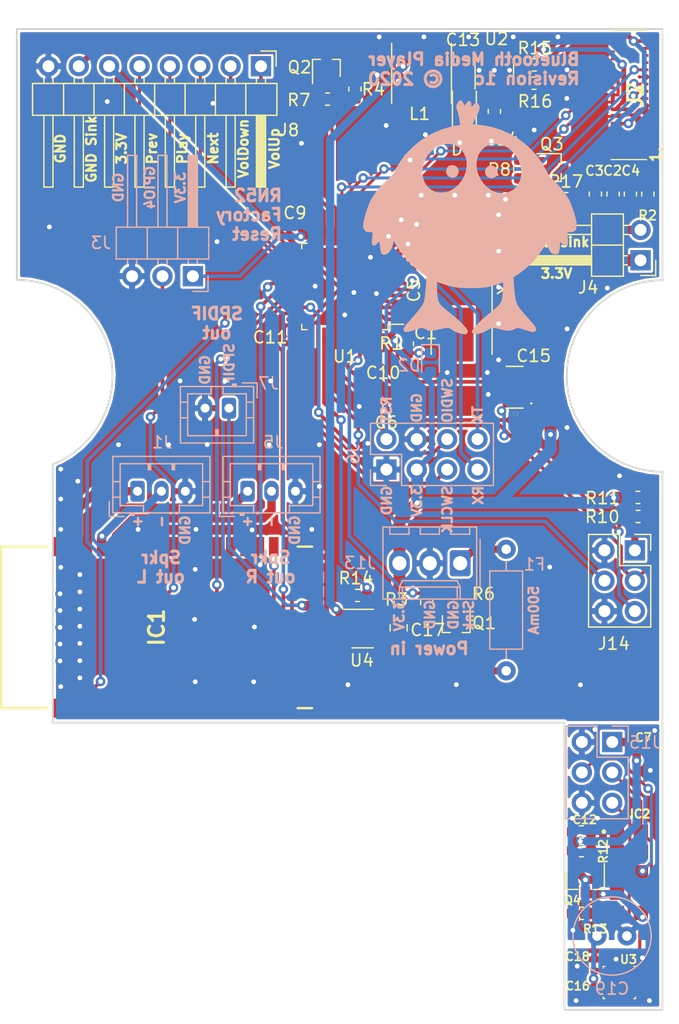
<source format=kicad_pcb>
(kicad_pcb (version 20221018) (generator pcbnew)
  (layers (0 "F.Cu" signal) (31 "B.Cu" signal) (34 "B.Paste" user) (35 "F.Paste" user) (36 "B.SilkS" user "B.Silkscreen") (37 "F.SilkS" user "F.Silkscreen") (38 "B.Mask" user) (39 "F.Mask" user) (44 "Edge.Cuts" user))
  (net 0 "")
  (net 1 "Net-(C1-Pad2)")
  (net 2 "AUDIO_GROUND")
  (net 3 "VSEGM")
  (net 4 "VCOMH")
  (net 5 "VSL")
  (net 6 "Net-(C5-Pad1)")
  (net 7 "STM32_NRST")
  (net 8 "3.3V")
  (net 9 "Net-(D1-Pad2)")
  (net 10 "Net-(D2-Pad1)")
  (net 11 "Net-(F1-Pad1)")
  (net 12 "Net-(IC1-Pad2)")
  (net 13 "Net-(IC1-Pad4)")
  (net 14 "Net-(IC1-Pad6)")
  (net 15 "Net-(IC1-Pad7)")
  (net 16 "Net-(IC1-Pad8)")
  (net 17 "Net-(IC1-Pad9)")
  (net 18 "Net-(IC1-Pad10)")
  (net 19 "Net-(IC1-Pad14)")
  (net 20 "Net-(IC1-Pad15)")
  (net 21 "RN52_UART_TX")
  (net 22 "RN52_UART_RX")
  (net 23 "Net-(IC1-Pad19)")
  (net 24 "Net-(IC1-Pad20)")
  (net 25 "Net-(IC1-Pad23)")
  (net 26 "SPDIF_OUT")
  (net 27 "Net-(IC1-Pad25)")
  (net 28 "Net-(IC1-Pad26)")
  (net 29 "Net-(IC1-Pad28)")
  (net 30 "Net-(IC1-Pad29)")
  (net 31 "Net-(IC1-Pad30)")
  (net 32 "Net-(IC1-Pad31)")
  (net 33 "Net-(IC1-Pad32)")
  (net 34 "Net-(IC1-Pad33)")
  (net 35 "Net-(IC1-Pad34)")
  (net 36 "Net-(IC1-Pad35)")
  (net 37 "Net-(IC1-Pad36)")
  (net 38 "Net-(IC1-Pad37)")
  (net 39 "Net-(IC1-Pad38)")
  (net 40 "SPKR_OUT_R-")
  (net 41 "SPKR_OUT_L-")
  (net 42 "SPKR_OUT_R+")
  (net 43 "SPKR_OUT_L+")
  (net 44 "Net-(IC2-Pad4)")
  (net 45 "LED-")
  (net 46 "LED+")
  (net 47 "Net-(IC2-Pad7)")
  (net 48 "GPIO_IN_PROX_INT")
  (net 49 "I2C_SDA")
  (net 50 "I2C_SCK")
  (net 51 "Net-(J2-Pad1)")
  (net 52 "IREF")
  (net 53 "Net-(J2-Pad9)")
  (net 54 "CS_N")
  (net 55 "GPIO_OUT_DISP_RES")
  (net 56 "A0")
  (net 57 "D0")
  (net 58 "D1")
  (net 59 "D2")
  (net 60 "D3")
  (net 61 "D4")
  (net 62 "D5")
  (net 63 "D6")
  (net 64 "D7")
  (net 65 "Net-(J2-Pad30)")
  (net 66 "SWDIO")
  (net 67 "SWCLK")
  (net 68 "STM_UART_B_TX")
  (net 69 "STM_UART_B_RX")
  (net 70 "EXT_BTN_SINK")
  (net 71 "BTN_VOL_UP")
  (net 72 "BTN_VOL_DOWN")
  (net 73 "BTN_NEXT")
  (net 74 "BTN_PREV")
  (net 75 "BTN_PLAY")
  (net 76 "Net-(Q1-Pad1)")
  (net 77 "Net-(Q2-Pad1)")
  (net 78 "Net-(Q3-Pad1)")
  (net 79 "GPIO_OUT_PCB_LED")
  (net 80 "GPIO_OUT_AMP_EN")
  (net 81 "GPIO_OUT_BTN_PWR_EN")
  (net 82 "GPIO_OUT_HAPTIC")
  (net 83 "Net-(R15-Pad2)")
  (net 84 "PROX_GND")
  (net 85 "PROX_3.3V")
  (net 86 "PROX_I2C_SCK")
  (net 87 "PROX_I2C_SDA")
  (net 88 "PROX_GPIO_IN_PROX_INT")
  (net 89 "LED_CATHODE")
  (net 90 "Net-(IC1-Pad12)")
  (net 91 "Net-(IC1-Pad13)")
  (net 92 "8.0V")
  (net 93 "AMP_RELAY_PWR_SINK")
  (net 94 "3.3V_SWITCHED")
  (net 95 "Net-(Q3-Pad3)")
  (net 96 "Net-(Y2-Pad2)")
  (net 97 "Net-(J4-Pad2)")
  (net 98 "GPIO_OUT_SWITCHED_PWR_EN")
  (net 99 "RTC_INT")
  (net 100 "GPIO_IN_RN52_EVENT")
  (net 101 "RN52_RST")
  (net 102 "GPIO_OUT_RN52_CMD")
  (net 103 "GPIO_OUT_RN52_PWREN")
  (footprint "Capacitor_SMD:C_0603_1608Metric" (layer "F.Cu") (at 254.37 90.09 -90)
    (fp_text reference "C2")
    (fp_text value "4.7uF")
  )
  (footprint "Capacitor_SMD:C_0603_1608Metric" (layer "F.Cu") (at 252.89 90.09 -90)
    (fp_text reference "C3")
    (fp_text value "4.7uF")
  )
  (footprint "Capacitor_SMD:C_0603_1608Metric" (layer "F.Cu") (at 255.82 90.0925 -90)
    (fp_text reference "C4")
    (fp_text value "4.7uF")
  )
  (footprint "Capacitor_SMD:C_0402_1005Metric" (layer "F.Cu") (at 233.99 109.17 -90)
    (fp_text reference "C6")
    (fp_text value "0.1uF")
  )
  (footprint "Capacitor_SMD:C_0402_1005Metric" (layer "F.Cu") (at 256.86 136.45)
    (fp_text reference "C7")
    (fp_text value "0.1uF")
  )
  (footprint ".MyCustom_general:Proximity_Sensor_Vishay_VCNL4200" (layer "F.Cu") (at 255.7 146.78 -90)
    (fp_text reference "IC2")
    (fp_text value "VCNL4200" hide)
  )
  (footprint "Package_TO_SOT_SMD:SOT-323_SC-70" (layer "F.Cu") (at 241.25 126.01 -90)
    (fp_text reference "Q1")
    (fp_text value "Si1308EDL")
  )
  (footprint "Package_TO_SOT_SMD:SOT-323_SC-70" (layer "F.Cu") (at 230.39 79.57 90)
    (fp_text reference "Q2")
    (fp_text value "Si1308EDL")
  )
  (footprint "Resistor_SMD:R_0603_1608Metric" (layer "F.Cu") (at 257.28 90.09 -90)
    (fp_text reference "R2")
    (fp_text value "560k")
  )
  (footprint "Resistor_SMD:R_0603_1608Metric" (layer "F.Cu") (at 238.79 124.24 90)
    (fp_text reference "R3")
    (fp_text value "20k")
  )
  (footprint "Resistor_SMD:R_0603_1608Metric" (layer "F.Cu") (at 232.78 81.32 -90)
    (fp_text reference "R4")
    (fp_text value "20k")
  )
  (footprint "Resistor_SMD:R_0603_1608Metric" (layer "F.Cu") (at 247.3525 90.52 180)
    (fp_text reference "R5")
    (fp_text value "20k")
  )
  (footprint "Resistor_SMD:R_0603_1608Metric" (layer "F.Cu") (at 241.12 123.45 180)
    (fp_text reference "R6")
    (fp_text value "100R")
  )
  (footprint "Resistor_SMD:R_0603_1608Metric" (layer "F.Cu") (at 256.46 117.04 180)
    (fp_text reference "R10")
    (fp_text value "4.7k")
  )
  (footprint "Resistor_SMD:R_0603_1608Metric" (layer "F.Cu") (at 256.45 115.45)
    (fp_text reference "R11")
    (fp_text value "4.7k")
  )
  (footprint "Resistor_SMD:R_0603_1608Metric" (layer "F.Cu") (at 251.7225 144.97)
    (fp_text reference "R12")
    (fp_text value "1k")
  )
  (footprint "Package_TO_SOT_SMD:SOT-323_SC-70" (layer "F.Cu") (at 249.3 87.88)
    (fp_text reference "Q3")
    (fp_text value "Si1308EDL")
  )
  (footprint "Resistor_SMD:R_0603_1608Metric" (layer "F.Cu") (at 246.56 88 -90)
    (fp_text reference "R8")
    (fp_text value "100R")
  )
  (footprint "Resistor_SMD:R_0603_1608Metric" (layer "F.Cu") (at 230.49 82.16)
    (fp_text reference "R7")
    (fp_text value "100R")
  )
  (footprint "Capacitor_SMD:C_0603_1608Metric" (layer "F.Cu") (at 251.7225 143.4)
    (fp_text reference "C12")
    (fp_text value "4.7uF")
  )
  (footprint "Connector_PinHeader_2.54mm:PinHeader_1x08_P2.54mm_Horizontal" (layer "F.Cu") (at 224.92 79.41 -90)
    (fp_text reference "J8")
    (fp_text value "Buttons")
  )
  (footprint ".MyCustom_general:Bluetooth_module_Microchip_RN52" (layer "F.Cu") (at 216.19 126.31 90)
    (fp_text reference "IC1")
    (fp_text value "RN52-I_RM116" hide)
  )
  (footprint "Package_TO_SOT_SMD:SOT-23-5" (layer "F.Cu") (at 244.44 79.75 90)
    (fp_text reference "U2")
    (fp_text value "MCP1661")
  )
  (footprint "Capacitor_SMD:C_0603_1608Metric" (layer "F.Cu") (at 244.44 83.19 90)
    (fp_text reference "C14")
    (fp_text value "4.7uF")
  )
  (footprint ".MyCustom_general:Inductor_L_TDK_VLCF4024" (layer "F.Cu") (at 238.35 80 -90)
    (fp_text reference "L1")
    (fp_text value "VLCF4024T-4R7")
  )
  (footprint "Resistor_SMD:R_0603_1608Metric" (layer "F.Cu") (at 247.76 80.83)
    (fp_text reference "R16")
    (fp_text value "180k")
  )
  (footprint "Resistor_SMD:R_0603_1608Metric" (layer "F.Cu") (at 247.7775 79.3 180)
    (fp_text reference "R15")
    (fp_text value "1M")
  )
  (footprint "Capacitor_SMD:C_0603_1608Metric" (layer "F.Cu") (at 241.84 78.96 90)
    (fp_text reference "C13")
    (fp_text value "4.7uF")
  )
  (footprint "Diode_SMD:D_SOD-123" (layer "F.Cu") (at 241.93 83.14 90)
    (fp_text reference "D1")
    (fp_text value "MBR0520")
  )
  (footprint ".MyCustom_general:FPC_Socket_0.3_31_Panasonic_AYF333135" (layer "F.Cu") (at 255.7 81.81 90)
    (fp_text reference "J2")
    (fp_text value "AYF333135" hide)
  )
  (footprint "Package_QFP:LQFP-48_7x7mm_P0.5mm" (layer "F.Cu") (at 231.94 97.8175 180)
    (fp_text reference "U1")
    (fp_text value "STM32F103C8Tx")
  )
  (footprint "Capacitor_SMD:C_0402_1005Metric" (layer "F.Cu") (at 238.54 100.1 90)
    (fp_text reference "C1")
    (fp_text value "24pF")
  )
  (footprint "Capacitor_SMD:C_0402_1005Metric" (layer "F.Cu") (at 227.76 92.73 180)
    (fp_text reference "C9")
    (fp_text value "0.1uF")
  )
  (footprint "Capacitor_SMD:C_0402_1005Metric" (layer "F.Cu") (at 227.54 102.08 -90)
    (fp_text reference "C11")
    (fp_text value "0.1uF")
  )
  (footprint "Resistor_SMD:R_0603_1608Metric" (layer "F.Cu") (at 237.16 102.6125 90)
    (fp_text reference "R1")
    (fp_text value "330R")
  )
  (footprint "Capacitor_SMD:C_0402_1005Metric" (layer "F.Cu") (at 235.17 103.82)
    (fp_text reference "C10")
    (fp_text value "0.1uF")
  )
  (footprint "Capacitor_SMD:C_0402_1005Metric" (layer "F.Cu") (at 238.55 98.07 -90)
    (fp_text reference "C5")
    (fp_text value "24pF")
  )
  (footprint "Capacitor_SMD:C_0805_2012Metric" (layer "F.Cu") (at 236.43 126.34 -90)
    (fp_text reference "C17")
    (fp_text value "1uF")
  )
  (footprint "Resistor_SMD:R_0603_1608Metric" (layer "F.Cu") (at 250.42 90.48)
    (fp_text reference "R17")
    (fp_text value "13R")
  )
  (footprint "Package_TO_SOT_SMD:SOT-23-6" (layer "F.Cu") (at 233.42 126.41)
    (fp_text reference "U4")
    (fp_text value "TPS22860DBVR")
  )
  (footprint ".MyCustom_general:RTC_Microcrystal_RV-8803-C7-TA-QC" (layer "F.Cu") (at 246.13 106.24 180)
    (fp_text reference "Y2")
    (fp_text value "RV-8803-C7-TA-QC")
  )
  (footprint "Connector_PinHeader_2.54mm:PinHeader_1x02_P2.54mm_Horizontal" (layer "F.Cu") (at 256.67 95.63 180)
    (fp_text reference "J4")
    (fp_text value "ERM")
  )
  (footprint "Resistor_SMD:R_0603_1608Metric" (layer "F.Cu") (at 232.99 123.64)
    (fp_text reference "R14")
    (fp_text value "20k")
  )
  (footprint "Capacitor_SMD:C_0402_1005Metric" (layer "F.Cu") (at 247.97 105.305 90)
    (fp_text reference "C15")
    (fp_text value "0.01uF")
  )
  (footprint "Capacitor_SMD:C_0402_1005Metric" (layer "F.Cu") (at 252.81 156.8 -90)
    (fp_text reference "C16")
    (fp_text value "0.01uF")
  )
  (footprint "Package_LGA:Bosch_LGA-8_2.5x2.5mm_P0.65mm_ClockwisePinNumbering" (layer "F.Cu") (at 254.9 155.99 -90)
    (fp_text reference "U3")
    (fp_text value "BME280")
  )
  (footprint "Capacitor_SMD:C_0402_1005Metric" (layer "F.Cu") (at 252.81 154.54 90)
    (fp_text reference "C18")
    (fp_text value "0.01uF")
  )
  (footprint "Connector_PinSocket_2.54mm:PinSocket_2x03_P2.54mm_Vertical" (layer "F.Cu") (at 256.19 119.87)
    (fp_text reference "J14")
    (fp_text value "PROX Socket")
  )
  (footprint "Capacitor_SMD:C_0402_1005Metric" (layer "F.Cu") (at 238.1 96.42)
    (fp_text reference "C8")
    (fp_text value "0.01uF")
  )
  (footprint "Crystal:Crystal_SMD_HC49-SD" (layer "F.Cu") (at 241.7 97.59 -90)
    (fp_text reference "Y1")
    (fp_text value "8MHz")
  )
  (footprint "Package_TO_SOT_SMD:SOT-23" (layer "F.Cu") (at 252.06 147.45 -90)
    (fp_text reference "Q4")
    (fp_text value "DMG2301L")
  )
  (footprint "Resistor_SMD:R_0603_1608Metric" (layer "F.Cu") (at 251.7225 150.21 180)
    (fp_text reference "R13")
    (fp_text value "1.8R")
  )
  (footprint "Connector_PinSocket_2.54mm:PinSocket_2x04_P2.54mm_Vertical" (layer "B.Cu") (at 235.41 113.12 -90)
    (fp_text reference "J6")
    (fp_text value "Debug")
  )
  (footprint "Connector_PinHeader_2.54mm:PinHeader_2x03_P2.54mm_Vertical" (layer "B.Cu") (at 254.3 135.89 180)
    (fp_text reference "J15")
    (fp_text value "PROX Header")
  )
  (footprint "Connector_Molex:Molex_KK-254_AE-6410-03A_1x03_P2.54mm_Vertical" (layer "B.Cu") (at 241.58 120.95 180)
    (fp_text reference "J13")
    (fp_text value "Power")
  )
  (footprint "Resistor_THT:R_Axial_DIN0207_L6.3mm_D2.5mm_P10.16mm_Horizontal" (layer "B.Cu") (at 245.43 129.94 90)
    (fp_text reference "F1")
    (fp_text value "500mA")
  )
  (footprint "Connector_JST:JST_PH_B2B-PH-K_1x02_P2.00mm_Vertical" (layer "B.Cu") (at 222.24 107.99 180)
    (fp_text reference "J7")
    (fp_text value "OutSPDIF")
  )
  (footprint "Connector_JST:JST_PH_B3B-PH-K_1x03_P2.00mm_Vertical" (layer "B.Cu") (at 223.8 114.93)
    (fp_text reference "J5")
    (fp_text value "OutR")
  )
  (footprint "Connector_JST:JST_PH_B3B-PH-K_1x03_P2.00mm_Vertical" (layer "B.Cu") (at 214.59 114.93)
    (fp_text reference "J1")
    (fp_text value "OutL")
  )
  (footprint "Diode_SMD:D_0603_1608Metric" (layer "B.Cu") (at 239.1 104.17 -90)
    (fp_text reference "D2")
    (fp_text value "PCB_LED")
  )
  (footprint "Connector_PinHeader_2.54mm:PinHeader_1x03_P2.54mm_Horizontal" (layer "B.Cu") (at 219.22 96.96 90)
    (fp_text reference "J3")
    (fp_text value "RN52 factory reset")
  )
  (footprint "Capacitor_THT:C_Radial_D6.3mm_H7.0mm_P2.50mm" (layer "B.Cu") (at 253.03 152.1)
    (fp_text reference "C19")
    (fp_text value "680uF")
  )
  (footprint ".MyCustom_dukio_logos:dukio-20mm" (layer "B.Cu") (at 242.434502 92.045687 180)
    (fp_text reference "")
    (fp_text value "")
  )
  (gr_line (start 207.5 134.27) (end 250.3 134.27) (stroke (width 0.15)) (layer "Edge.Cuts"))
  (gr_line (start 258.5 113.3) (end 258.5 158.27) (stroke (width 0.15)) (layer "Edge.Cuts"))
  (gr_line (start 250.3 158.27) (end 258.5 158.27) (stroke (width 0.15)) (layer "Edge.Cuts"))
  (gr_line (start 250.3 134.27) (end 250.3 158.27) (stroke (width 0.15)) (layer "Edge.Cuts"))
  (gr_line (start 258.5 76.3) (end 258.5 97.3) (stroke (width 0.15)) (layer "Edge.Cuts"))
  (gr_arc (start 204.5 97.27) (mid 212.352713 103.74196) (end 207.499814 112.686274) (stroke (width 0.15)) (layer "Edge.Cuts"))
  (gr_line (start 204.5 76.3) (end 204.5 97.27) (stroke (width 0.15)) (layer "Edge.Cuts"))
  (gr_line (start 207.499814 112.686274) (end 207.5 134.27) (stroke (width 0.15)) (layer "Edge.Cuts"))
  (gr_arc (start 258.5 113.3) (mid 250.5 105.3) (end 258.5 97.3) (stroke (width 0.15)) (layer "Edge.Cuts"))
  (gr_line (start 204.5 76.3) (end 258.5 76.3) (stroke (width 0.15)) (layer "Edge.Cuts"))
  (gr_text "Bluetooth Media Player\nRevision 1c" (at 251.71 79.64) (layer "B.SilkS") (effects (font (size 1 1) (thickness 0.25)) (justify left mirror)))
  (gr_text "© 2020" (at 240.34 80.49) (layer "B.SilkS") (effects (font (size 1 1) (thickness 0.25)) (justify left mirror)))
  (gr_text "GND" (at 227.75 118.185238 90) (layer "B.SilkS") (effects (font (size 0.8 0.8) (thickness 0.2)) (justify mirror)))
  (gr_text "-" (at 225.75 117.461428 90) (layer "B.SilkS") (effects (font (size 0.8 0.8) (thickness 0.2)) (justify mirror)))
  (gr_text "+" (at 223.75 117.461428 90) (layer "B.SilkS") (effects (font (size 0.8 0.8) (thickness 0.2)) (justify mirror)))
  (gr_text "GND" (at 220.24 104.794762 90) (layer "B.SilkS") (effects (font (size 0.8 0.8) (thickness 0.2)) (justify mirror)))
  (gr_text "SPDIF" (at 222.26 104.299524 90) (layer "B.SilkS") (effects (font (size 0.8 0.8) (thickness 0.2)) (justify mirror)))
  (gr_text "GND" (at 239.05 123.9 90) (layer "B.SilkS") (effects (font (size 0.8 0.8) (thickness 0.2)) (justify left mirror)))
  (gr_text "GND\nSink" (at 241.66 123.91 90) (layer "B.SilkS") (effects (font (size 0.8 0.8) (thickness 0.2)) (justify left mirror)))
  (gr_text "3.3V" (at 236.49 123.9 90) (layer "B.SilkS") (effects (font (size 0.8 0.8) (thickness 0.2)) (justify left mirror)))
  (gr_text "500mA" (at 247.74 124.87 90) (layer "B.SilkS") (effects (font (size 0.8 0.8) (thickness 0.2)) (justify mirror)))
  (gr_text "-" (at 216.58 117.461428 90) (layer "B.SilkS") (effects (font (size 0.8 0.8) (thickness 0.2)) (justify mirror)))
  (gr_text "GND" (at 218.58 118.185238 90) (layer "B.SilkS") (effects (font (size 0.8 0.8) (thickness 0.2)) (justify mirror)))
  (gr_text "SPDIF\nout" (at 221.24 100.9) (layer "B.SilkS") (effects (font (size 1 1) (thickness 0.25)) (justify mirror)))
  (gr_text "Power in" (at 238.98 128.08) (layer "B.SilkS") (effects (font (size 1 1) (thickness 0.25)) (justify mirror)))
  (gr_text "RN52\nFactory\nReset" (at 226.81 91.83) (layer "B.SilkS") (effects (font (size 1 1) (thickness 0.25)) (justify left mirror)))
  (gr_text "RX" (at 243.09 114.36 90) (layer "B.SilkS") (effects (font (size 0.8 0.8) (thickness 0.2)) (justify left mirror)))
  (gr_text "SWCLK" (at 240.51 114.36 90) (layer "B.SilkS") (effects (font (size 0.8 0.8) (thickness 0.2)) (justify left mirror)))
  (gr_text "3.3V" (at 237.95 114.36 90) (layer "B.SilkS") (effects (font (size 0.8 0.8) (thickness 0.2)) (justify left mirror)))
  (gr_text "GND" (at 235.44 114.36 90) (layer "B.SilkS") (effects (font (size 0.8 0.8) (thickness 0.2)) (justify left mirror)))
  (gr_text "TX" (at 243.04 107.69 90) (layer "B.SilkS") (effects (font (size 0.8 0.8) (thickness 0.2)) (justify left mirror)))
  (gr_text "SWDIO" (at 240.51 105.366191 90) (layer "B.SilkS") (effects (font (size 0.8 0.8) (thickness 0.2)) (justify left mirror)))
  (gr_text "GND" (at 237.95 106.62 90) (layer "B.SilkS") (effects (font (size 0.8 0.8) (thickness 0.2)) (justify left mirror)))
  (gr_text "RST" (at 235.42 106.89 90) (layer "B.SilkS") (effects (font (size 0.8 0.8) (thickness 0.2)) (justify left mirror)))
  (gr_text "3.3V" (at 218.18 89.544762 90) (layer "B.SilkS") (effects (font (size 0.8 0.8) (thickness 0.2)) (justify mirror)))
  (gr_text "GND" (at 212.99 89.544763 90) (layer "B.SilkS") (effects (font (size 0.8 0.8) (thickness 0.2)) (justify mirror)))
  (gr_text "GPIO4" (at 215.63 89.544762 90) (layer "B.SilkS") (effects (font (size 0.8 0.8) (thickness 0.2)) (justify mirror)))
  (gr_text "+" (at 214.58 117.461428 90) (layer "B.SilkS") (effects (font (size 0.8 0.8) (thickness 0.2)) (justify mirror)))
  (gr_text "Spkr\nout L" (at 216.57 121.28) (layer "B.SilkS") (effects (font (size 1 1) (thickness 0.25)) (justify mirror)))
  (gr_text "Spkr\nout R" (at 225.73 121.28) (layer "B.SilkS") (effects (font (size 1 1) (thickness 0.25)) (justify mirror)))
  (gr_text "GND" (at 208.14 87.64381 90) (layer "F.SilkS") (effects (font (size 0.8 0.8) (thickness 0.2)) (justify left)))
  (gr_text "GND Sink" (at 210.73 86.34 90) (layer "F.SilkS") (effects (font (size 0.8 0.8) (thickness 0.2))))
  (gr_text "3.3V" (at 213.26 87.72 90) (layer "F.SilkS") (effects (font (size 0.8 0.8) (thickness 0.2)) (justify left)))
  (gr_text "Prev" (at 215.8 87.72 90) (layer "F.SilkS") (effects (font (size 0.8 0.8) (thickness 0.2)) (justify left)))
  (gr_text "Play" (at 218.34 87.700953 90) (layer "F.SilkS") (effects (font (size 0.8 0.8) (thickness 0.2)) (justify left)))
  (gr_text "Next" (at 220.92 87.739048 90) (layer "F.SilkS") (effects (font (size 0.8 0.8) (thickness 0.2)) (justify left)))
  (gr_text "VolDown" (at 223.44 88.881905 90) (layer "F.SilkS") (effects (font (size 0.8 0.8) (thickness 0.2)) (justify left)))
  (gr_text "VolUp" (at 226.04 88.12 90) (layer "F.SilkS") (effects (font (size 0.8 0.8) (thickness 0.2)) (justify left)))
  (gr_text "3.3V" (at 248.21 96.74) (layer "F.SilkS") (effects (font (size 0.8 0.8) (thickness 0.2)) (justify left)))
  (gr_text "GND sink" (at 246.781429 94.1) (layer "F.SilkS") (effects (font (size 0.8 0.8) (thickness 0.2)) (justify left)))
  (gr_text "1" (at 257.91 87.52 90) (layer "F.SilkS") (effects (font (size 0.8 0.8) (thickness 0.2)) (justify left)))
  (segment (start 239.225 99.615) (end 241.7 102.09) (width 0.3) (layer "F.Cu") (net 1))
  (segment (start 237.4925 98.5675) (end 238.54 99.615) (width 0.3) (layer "F.Cu") (net 1))
  (segment (start 238.54 99.615) (end 239.225 99.615) (width 0.3) (layer "F.Cu") (net 1))
  (segment (start 236.1025 98.5675) (end 237.4925 98.5675) (width 0.3) (layer "F.Cu") (net 1))
  (segment (start 236.1025 96.0675) (end 235.3675 96.0675) (width 0.25) (layer "F.Cu") (net 2))
  (segment (start 254.765 81.81) (end 254.345 81.81) (width 0.25) (layer "F.Cu") (net 2))
  (segment (start 254.765 80.61) (end 254.790001 80.635001) (width 0.25) (layer "F.Cu") (net 2))
  (segment (start 254.790001 81.784999) (end 254.765 81.81) (width 0.25) (layer "F.Cu") (net 2))
  (segment (start 254.790001 80.635001) (end 254.790001 81.784999) (width 0.25) (layer "F.Cu") (net 2))
  (segment (start 254.345 80.61) (end 254.765 80.61) (width 0.25) (layer "F.Cu") (net 2))
  (segment (start 236.5 127.0825) (end 236.37 127.2125) (width 0.7) (layer "F.Cu") (net 2))
  (segment (start 236.2225 127.36) (end 236.37 127.2125) (width 0.7) (layer "F.Cu") (net 2))
  (via (at 229.17 118.12) (size 0.8) (drill 0.4) (layers "F.Cu" "B.Cu") (net 2))
  (via (at 229.8 114.525) (size 0.8) (drill 0.4) (layers "F.Cu" "B.Cu") (net 2))
  (via (at 229.8 111.04) (size 0.8) (drill 0.4) (layers "F.Cu" "B.Cu") (net 2))
  (via (at 234.81 76.96) (size 0.8) (drill 0.4) (layers "F.Cu" "B.Cu") (net 2))
  (via (at 208.17 115.58) (size 0.8) (drill 0.4) (layers "F.Cu" "B.Cu") (net 2))
  (via (at 209.77 123.338333) (size 0.8) (drill 0.4) (layers "F.Cu" "B.Cu") (net 2))
  (via (at 231.93 100.19) (size 0.8) (drill 0.4) (layers "F.Cu" "B.Cu") (net 2))
  (via (at 219.37 125.64) (size 0.8) (drill 0.4) (layers "F.Cu" "B.Cu") (net 2))
  (via (at 208.17 113.08) (size 0.8) (drill 0.4) (layers "F.Cu" "B.Cu") (net 2))
  (via (at 224.18 118.17) (size 0.8) (drill 0.4) (layers "F.Cu" "B.Cu") (net 2))
  (via (at 233.14 107.85) (size 0.8) (drill 0.4) (layers "F.Cu" "B.Cu") (net 2))
  (via (at 243.17 79.75) (size 0.8) (drill 0.4) (layers "F.Cu" "B.Cu") (net 2))
  (via (at 229.45 97.79) (size 0.8) (drill 0.4) (layers "F.Cu" "B.Cu") (net 2))
  (via (at 220.9 82.51) (size 0.8) (drill 0.4) (layers "F.Cu" "B.Cu") (net 2))
  (via (at 208.11 127.7075) (size 0.8) (drill 0.4) (layers "F.Cu" "B.Cu") (net 2))
  (via (at 243.93 106.84) (size 0.8) (drill 0.4) (layers "F.Cu" "B.Cu") (net 2))
  (via (at 238.32 90.19) (size 0.8) (drill 0.4) (layers "F.Cu" "B.Cu") (net 2))
  (via (at 219.483333 118.12) (size 0.8) (drill 0.4) (layers "F.Cu" "B.Cu") (net 2))
  (via (at 234.58 98.41) (size 0.8) (drill 0.4) (layers "F.Cu" "B.Cu") (net 2))
  (via (at 238.67 85.13) (size 0.8) (drill 0.4) (layers "F.Cu" "B.Cu") (net 2))
  (via (at 208.17 121.3) (size 0.8) (drill 0.4) (layers "F.Cu" "B.Cu") (net 2))
  (via (at 241.26 131.09) (size 0.8) (drill 0.4) (layers "F.Cu" "B.Cu") (net 2))
  (via (at 224.37 126.27) (size 0.8) (drill 0.4) (layers "F.Cu" "B.Cu") (net 2))
  (via (at 235.39 84.36) (size 0.8) (drill 0.4) (layers "F.Cu" "B.Cu") (net 2))
  (via (at 208.11 129.11) (size 0.8) (drill 0.4) (layers "F.Cu" "B.Cu") (net 2))
  (via (at 253.89 97.95) (size 0.8) (drill 0.4) (layers "F.Cu" "B.Cu") (net 2))
  (via (at 238.5475 76.96) (size 0.8) (drill 0.4) (layers "F.Cu" "B.Cu") (net 2))
  (via (at 225.6 111.04) (size 0.8) (drill 0.4) (layers "F.Cu" "B.Cu") (net 2))
  (via (at 234.08 95.38) (size 0.8) (drill 0.4) (layers "F.Cu" "B.Cu") (net 2))
  (via (at 247.77 84.74) (size 0.8) (drill 0.4) (layers "F.Cu" "B.Cu") (net 2))
  (via (at 208.17 131.26) (size 0.8) (drill 0.4) (layers "F.Cu" "B.Cu") (net 2))
  (via (at 254.91 113.64) (size 0.8) (drill 0.4) (layers "F.Cu" "B.Cu") (net 2))
  (via (at 228.3 85.85) (size 0.8) (drill 0.4) (layers "F.Cu" "B.Cu") (net 2))
  (via (at 208.17 118.12) (size 0.8) (drill 0.4) (layers "F.Cu" "B.Cu") (net 2))
  (via (at 209.77 124.776666) (size 0.8) (drill 0.4) (layers "F.Cu" "B.Cu") (net 2))
  (via (at 224.85 121.08) (size 0.8) (drill 0.4) (layers "F.Cu" "B.Cu") (net 2))
  (via (at 244.19 85.67) (size 0.8) (drill 0.4) (layers "F.Cu" "B.Cu") (net 2))
  (via (at 249.76 76.96) (size 0.8) (drill 0.4) (layers "F.Cu" "B.Cu") (net 2))
  (via (at 224.31 130.86) (size 0.8) (drill 0.4) (layers "F.Cu" "B.Cu") (net 2))
  (via (at 217.2 111.04) (size 0.8) (drill 0.4) (layers "F.Cu" "B.Cu") (net 2))
  (via (at 209.77 121.9) (size 0.8) (drill 0.4) (layers "F.Cu" "B.Cu") (net 2))
  (via (at 242.285 76.96) (size 0.8) (drill 0.4) (layers "F.Cu" "B.Cu") (net 2))
  (via (at 234.65 80.13) (size 0.8) (drill 0.4) (layers "F.Cu" "B.Cu") (net 2))
  (via (at 209.77 130.53) (size 0.8) (drill 0.4) (layers "F.Cu" "B.Cu") (net 2))
  (via (at 240.5 105.01) (size 0.8) (drill 0.4) (layers "F.Cu" "B.Cu") (net 2))
  (via (at 241.54 85.8) (size 0.8) (drill 0.4) (layers "F.Cu" "B.Cu") (net 2))
  (via (at 209.77 129.091665) (size 0.8) (drill 0.4) (layers "F.Cu" "B.Cu") (net 2))
  (via (at 208.11 123.5) (size 0.8) (drill 0.4) (layers "F.Cu" "B.Cu") (net 2))
  (via (at 218.16 105.71) (size 0.8) (drill 0.4) (layers "F.Cu" "B.Cu") (net 2))
  (via (at 221.91 105.73) (size 0.8) (drill 0.4) (layers "F.Cu" "B.Cu") (net 2))
  (via (at 220.42 111.03) (size 0.8) (drill 0.4) (layers "F.Cu" "B.Cu") (net 2))
  (via (at 232.69 98.32) (size 0.8) (drill 0.4) (layers "F.Cu" "B.Cu") (net 2))
  (via (at 213 111.04) (size 0.8) (drill 0.4) (layers "F.Cu" "B.Cu") (net 2))
  (via (at 236.65 92.24) (size 0.8) (drill 0.4) (layers "F.Cu" "B.Cu") (net 2))
  (via (at 219.42 130.86) (size 0.8) (drill 0.4) (layers "F.Cu" "B.Cu") (net 2))
  (via (at 209.6 114.09) (size 0.8) (drill 0.4) (layers "F.Cu" "B.Cu") (net 2))
  (via (at 244.8 97.89) (size 0.8) (drill 0.4) (layers "F.Cu" "B.Cu") (net 2))
  (via (at 244.8 103.95) (size 0.8) (drill 0.4) (layers "F.Cu" "B.Cu") (net 2))
  (via (at 221.24 94.07) (size 0.8) (drill 0.4) (layers "F.Cu" "B.Cu") (net 2))
  (via (at 250.5 82.1) (size 0.8) (drill 0.4) (layers "F.Cu" "B.Cu") (net 2))
  (via (at 249.07 121.27) (size 0.8) (drill 0.4) (layers "F.Cu" "B.Cu") (net 2))
  (via (at 212.06 82.36) (size 0.8) (drill 0.4) (layers "F.Cu" "B.Cu") (net 2))
  (via (at 245.71 79.75) (size 0.8) (drill 0.4) (layers "F.Cu" "B.Cu") (net 2))
  (via (at 244.44 79.75) (size 0.8) (drill 0.4) (layers "F.Cu" "B.Cu") (net 2))
  (via (at 244.8 100.92) (size 0.8) (drill 0.4) (layers "F.Cu" "B.Cu") (net 2))
  (via (at 244.8 94.86) (size 0.8) (drill 0.4) (layers "F.Cu" "B.Cu") (net 2))
  (via (at 244.8 91.83) (size 0.8) (drill 0.4) (layers "F.Cu" "B.Cu") (net 2))
  (via (at 250.52 101.36) (size 0.8) (drill 0.4) (layers "F.Cu" "B.Cu") (net 2))
  (via (at 233.85 110.93) (size 0.8) (drill 0.4) (layers "F.Cu" "B.Cu") (net 2))
  (via (at 246.0225 76.96) (size 0.8) (drill 0.4) (layers "F.Cu" "B.Cu") (net 2))
  (via (at 243.86 105.01) (size 0.8) (drill 0.4) (layers "F.Cu" "B.Cu") (net 2))
  (via (at 250.52 79.71) (size 0.8) (drill 0.4) (layers "F.Cu" "B.Cu") (net 2))
  (via (at 209.77 127.653332) (size 0.8) (drill 0.4) (layers "F.Cu" "B.Cu") (net 2))
  (via (at 225.72 105.72) (size 0.8) (drill 0.4) (layers "F.Cu" "B.Cu") (net 2))
  (via (at 214.64 118.12) (size 0.8) (drill 0.4) (layers "F.Cu" "B.Cu") (net 2))
  (via (at 241.125 90.19) (size 0.8) (drill 0.4) (layers "F.Cu" "B.Cu") (net 2))
  (via (at 243.93 90.19) (size 0.8) (drill 0.4) (layers "F.Cu" "B.Cu") (net 2))
  (via (at 208.11 124.9025) (size 0.8) (drill 0.4) (layers "F.Cu" "B.Cu") (net 2))
  (via (at 251.64 131.11) (size 0.8) (drill 0.4) (layers "F.Cu" "B.Cu") (net 2))
  (via (at 219.42 121.46) (size 0.8) (drill 0.4) (layers "F.Cu" "B.Cu") (net 2))
  (via (at 232.19 131.1) (size 0.8) (drill 0.4) (layers "F.Cu" "B.Cu") (net 2))
  (via (at 208.11 126.305) (size 0.8) (drill 0.4) (layers "F.Cu" "B.Cu") (net 2))
  (via (at 207.22 92.84) (size 0.8) (drill 0.4) (layers "F.Cu" "B.Cu") (net 2))
  (via (at 250.52 109.61) (size 0.8) (drill 0.4) (layers "F.Cu" "B.Cu") (net 2))
  (via (at 209.77 126.214999) (size 0.8) (drill 0.4) (layers "F.Cu" "B.Cu") (net 2))
  (segment (start 256.635 85.71) (end 257.105 85.71) (width 0.25) (layer "F.Cu") (net 3))
  (segment (start 254.37 87.975) (end 256.635 85.71) (width 0.25) (layer "F.Cu") (net 3))
  (segment (start 254.37 89.3025) (end 254.37 87.975) (width 0.25) (layer "F.Cu") (net 3))
  (segment (start 254.345 85.41) (end 253.925 85.41) (width 0.25) (layer "F.Cu") (net 4))
  (segment (start 252.89 86.445) (end 252.89 89.3025) (width 0.25) (layer "F.Cu") (net 4))
  (segment (start 253.925 85.41) (end 252.89 86.445) (width 0.25) (layer "F.Cu") (net 4))
  (segment (start 257.600001 87.524999) (end 257.600001 85.374999) (width 0.25) (layer "F.Cu") (net 5))
  (segment (start 257.600001 85.374999) (end 257.335002 85.11) (width 0.25) (layer "F.Cu") (net 5))
  (segment (start 257.335002 85.11) (end 257.105 85.11) (width 0.25) (layer "F.Cu") (net 5))
  (segment (start 255.82 89.305) (end 257.600001 87.524999) (width 0.25) (layer "F.Cu") (net 5))
  (segment (start 241.7 94.475) (end 241.7 93.09) (width 0.3) (layer "F.Cu") (net 6))
  (segment (start 236.1025 98.0675) (end 238.0675 98.0675) (width 0.3) (layer "F.Cu") (net 6))
  (segment (start 238.0675 98.0675) (end 238.55 97.585) (width 0.3) (layer "F.Cu") (net 6))
  (segment (start 241.7 94.435) (end 241.7 93.09) (width 0.3) (layer "F.Cu") (net 6))
  (segment (start 238.55 97.585) (end 241.7 94.435) (width 0.3) (layer "F.Cu") (net 6))
  (segment (start 237.3225 97.5675) (end 237.56 97.33) (width 0.3) (layer "F.Cu") (net 7))
  (segment (start 233.99 108.685) (end 235.41 110.105) (width 0.3) (layer "F.Cu") (net 7))
  (segment (start 235.41 110.105) (end 235.41 110.58) (width 0.3) (layer "F.Cu") (net 7))
  (segment (start 235.41 110.58) (end 234.895 110.58) (width 0.3) (layer "F.Cu") (net 7))
  (segment (start 236.1025 97.5675) (end 237.3225 97.5675) (width 0.3) (layer "F.Cu") (net 7))
  (via (at 237.56 97.33) (size 0.8) (drill 0.4) (layers "F.Cu" "B.Cu") (net 7))
  (segment (start 237.56 97.33) (end 235.41 99.48) (width 0.3) (layer "B.Cu") (net 7))
  (segment (start 235.41 99.48) (end 235.41 110.58) (width 0.3) (layer "B.Cu") (net 7))
  (segment (start 237.6125 96.5675) (end 237.615 96.57) (width 0.3) (layer "F.Cu") (net 8))
  (segment (start 229.185 93.65) (end 229.19 93.655) (width 0.3) (layer "F.Cu") (net 8))
  (segment (start 249.14 110.19) (end 249.14 110.19) (width 1) (layer "F.Cu") (net 8))
  (segment (start 229.19 95.63) (end 229.19 93.655) (width 0.3) (layer "F.Cu") (net 8))
  (segment (start 236.1025 96.5675) (end 237.4675 96.5675) (width 0.3) (layer "F.Cu") (net 8))
  (segment (start 233.79 99.03) (end 233.79 97.51) (width 0.3) (layer "F.Cu") (net 8))
  (segment (start 227.54 101.595) (end 227.54 100.805) (width 0.3) (layer "F.Cu") (net 8))
  (segment (start 231.54 97.98) (end 229.088502 100.5675) (width 0.3) (layer "F.Cu") (net 8))
  (segment (start 236.1025 100.5675) (end 235.334654 100.5675) (width 0.3) (layer "F.Cu") (net 8))
  (segment (start 249.14 100.840809) (end 249.14 105.47) (width 1) (layer "F.Cu") (net 8))
  (segment (start 233.79 97.51) (end 234.7325 96.5675) (width 0.3) (layer "F.Cu") (net 8))
  (segment (start 234.685 101.985) (end 234.69 101.98) (width 0.3) (layer "F.Cu") (net 8))
  (segment (start 233.088502 96.5675) (end 231.54 97.98) (width 0.3) (layer "F.Cu") (net 8))
  (segment (start 236.5 120.95) (end 236.5 125.3325) (width 1) (layer "F.Cu") (net 8))
  (segment (start 236.1025 101.555) (end 236.1025 100.7125) (width 0.5) (layer "F.Cu") (net 8))
  (segment (start 231.54 97.98) (end 229.19 95.63) (width 0.3) (layer "F.Cu") (net 8))
  (segment (start 227.54 100.805) (end 227.7775 100.5675) (width 0.3) (layer "F.Cu") (net 8))
  (segment (start 248.82 105.79) (end 249.14 105.47) (width 0.5) (layer "F.Cu") (net 8))
  (segment (start 235.334654 100.5675) (end 233.797154 99.03) (width 0.3) (layer "F.Cu") (net 8))
  (segment (start 256.19 118.0975) (end 257.2475 117.04) (width 0.6) (layer "F.Cu") (net 8))
  (segment (start 228.25 93.65) (end 228.79 93.65) (width 0.5) (layer "F.Cu") (net 8))
  (segment (start 236.15 102.35) (end 235.78 101.98) (width 0.5) (layer "F.Cu") (net 8))
  (segment (start 254.350809 95.63) (end 249.14 100.840809) (width 1) (layer "F.Cu") (net 8))
  (segment (start 236.5 125.3325) (end 236.43 125.4025) (width 0.7) (layer "F.Cu") (net 8))
  (segment (start 236.1025 100.7125) (end 236.1 100.71) (width 0.5) (layer "F.Cu") (net 8))
  (segment (start 233.797154 99.03) (end 233.79 99.03) (width 0.3) (layer "F.Cu") (net 8))
  (segment (start 235.6775 101.98) (end 235.6775 101.9975) (width 0.4) (layer "F.Cu") (net 8))
  (segment (start 235.6775 101.98) (end 235.7 101.98) (width 0.4) (layer "F.Cu") (net 8))
  (segment (start 234.7325 96.5675) (end 236.1025 96.5675) (width 0.3) (layer "F.Cu") (net 8))
  (segment (start 256.67 95.63) (end 254.350809 95.63) (width 1) (layer "F.Cu") (net 8))
  (segment (start 235.4225 126.41) (end 234.52 126.41) (width 0.7) (layer "F.Cu") (net 8))
  (segment (start 236.43 125.4025) (end 235.4225 126.41) (width 0.7) (layer "F.Cu") (net 8))
  (segment (start 236.5 120.95) (end 236.5 117.39) (width 1) (layer "F.Cu") (net 8))
  (segment (start 228.79 93.65) (end 229.09 93.65) (width 0.5) (layer "F.Cu") (net 8))
  (segment (start 235.78 101.98) (end 235.6775 101.98) (width 0.5) (layer "F.Cu") (net 8))
  (segment (start 228.245 92.73) (end 228.245 93.105) (width 0.5) (layer "F.Cu") (net 8))
  (segment (start 235.6775 101.98) (end 234.8 101.98) (width 0.5) (layer "F.Cu") (net 8))
  (segment (start 255.6425 115.47) (end 255.6625 115.45) (width 1) (layer "F.Cu") (net 8))
  (segment (start 249.14 105.47) (end 249.14 110.19) (width 1) (layer "F.Cu") (net 8))
  (segment (start 236.1025 101.555) (end 235.6775 101.98) (width 0.5) (layer "F.Cu") (net 8))
  (segment (start 247.97 105.79) (end 248.82 105.79) (width 0.5) (layer "F.Cu") (net 8))
  (segment (start 234.685 103.82) (end 234.685 101.985) (width 0.3) (layer "F.Cu") (net 8))
  (segment (start 254.42 115.47) (end 255.6425 115.47) (width 1) (layer "F.Cu") (net 8))
  (segment (start 236.5 117.39) (end 237.99 115.9) (width 1) (layer "F.Cu") (net 8))
  (segment (start 233.088502 96.5675) (end 234.7325 96.5675) (width 0.3) (layer "F.Cu") (net 8))
  (segment (start 246.73 105.79) (end 247.97 105.79) (width 0.5) (layer "F.Cu") (net 8))
  (segment (start 234.52 126.41) (end 234.52 127.36) (width 0.7) (layer "F.Cu") (net 8))
  (segment (start 255.6625 115.45) (end 255.6625 115.455) (width 0.6) (layer "F.Cu") (net 8))
  (segment (start 228.245 93.105) (end 228.79 93.65) (width 0.5) (layer "F.Cu") (net 8))
  (segment (start 255.6625 115.455) (end 257.2475 117.04) (width 0.6) (layer "F.Cu") (net 8))
  (segment (start 229.088502 100.5675) (end 227.7775 100.5675) (width 0.3) (layer "F.Cu") (net 8))
  (segment (start 237.4675 96.5675) (end 237.615 96.42) (width 0.3) (layer "F.Cu") (net 8))
  (segment (start 256.19 119.87) (end 256.19 118.0975) (width 0.6) (layer "F.Cu") (net 8))
  (via (at 237.99 115.9) (size 0.8) (drill 0.4) (layers "F.Cu" "B.Cu") (net 8))
  (via (at 228.25 93.65) (size 0.8) (drill 0.4) (layers "F.Cu" "B.Cu") (net 8))
  (via (at 236.15 102.35) (size 0.8) (drill 0.4) (layers "F.Cu" "B.Cu") (net 8))
  (via (at 254.42 115.47) (size 0.8) (drill 0.4) (layers "F.Cu" "B.Cu") (net 8))
  (via (at 249.14 110.19) (size 0.8) (drill 0.4) (layers "F.Cu" "B.Cu") (net 8))
  (segment (start 237.99 115.9) (end 237.99 113.16) (width 1) (layer "B.Cu") (net 8))
  (segment (start 249.14 111.49) (end 244.73 115.9) (width 1) (layer "B.Cu") (net 8))
  (segment (start 239.1 105.865685) (end 239.200001 105.965686) (width 0.3) (layer "B.Cu") (net 8))
  (segment (start 237.95 113.12) (end 239.200001 111.869999) (width 0.5) (layer "B.Cu") (net 8))
  (segment (start 223.15 96.96) (end 219.22 96.96) (width 0.3) (layer "B.Cu") (net 8))
  (segment (start 237.99 113.16) (end 237.95 113.12) (width 1) (layer "B.Cu") (net 8))
  (segment (start 239.1 104.9575) (end 239.1 105.865685) (width 0.3) (layer "B.Cu") (net 8))
  (segment (start 236.15 102.915685) (end 236.15 102.35) (width 0.5) (layer "B.Cu") (net 8))
  (segment (start 212.22 79.41) (end 226.46 93.65) (width 0.5) (layer "B.Cu") (net 8))
  (segment (start 237.99 115.9) (end 244.73 115.9) (width 1) (layer "B.Cu") (net 8))
  (segment (start 239.200001 111.869999) (end 239.200001 105.965686) (width 0.5) (layer "B.Cu") (net 8))
  (segment (start 226.46 93.65) (end 228.25 93.65) (width 0.5) (layer "B.Cu") (net 8))
  (segment (start 244.73 115.9) (end 253.99 115.9) (width 1) (layer "B.Cu") (net 8))
  (segment (start 226.46 93.65) (end 223.15 96.96) (width 0.3) (layer "B.Cu") (net 8))
  (segment (start 253.99 115.9) (end 254.42 115.47) (width 1) (layer "B.Cu") (net 8))
  (segment (start 239.200001 105.965686) (end 236.15 102.915685) (width 0.5) (layer "B.Cu") (net 8))
  (segment (start 249.14 110.19) (end 249.14 111.49) (width 1) (layer "B.Cu") (net 8))
  (segment (start 238.35 81.45) (end 241.89 81.45) (width 0.9) (layer "F.Cu") (net 9))
  (segment (start 241.89 81.45) (end 241.93 81.49) (width 0.9) (layer "F.Cu") (net 9))
  (segment (start 241.93 81.49) (end 242.68 81.49) (width 0.8) (layer "F.Cu") (net 9))
  (segment (start 242.68 81.49) (end 243.36 80.81) (width 0.8) (layer "F.Cu") (net 9))
  (segment (start 237.18 103.38) (end 237.16 103.4) (width 0.3) (layer "F.Cu") (net 10))
  (segment (start 238.14 103.38) (end 237.18 103.38) (width 0.3) (layer "F.Cu") (net 10))
  (via (at 238.14 103.38) (size 0.8) (drill 0.4) (layers "F.Cu" "B.Cu") (net 10))
  (segment (start 238.1425 103.3825) (end 238.14 103.38) (width 0.3) (layer "B.Cu") (net 10))
  (segment (start 239.1 103.3825) (end 238.1425 103.3825) (width 0.3) (layer "B.Cu") (net 10))
  (segment (start 245.43 129.94) (end 244.18 129.94) (width 0.6) (layer "F.Cu") (net 11))
  (segment (start 244.18 129.94) (end 241.25 127.01) (width 0.6) (layer "F.Cu") (net 11))
  (segment (start 225.99 133.06) (end 225.99 121.19) (width 0.3) (layer "F.Cu") (net 21))
  (segment (start 225.99 121.19) (end 226 121.18) (width 0.3) (layer "F.Cu") (net 21))
  (segment (start 226.272511 98.117489) (end 227.727511 98.117489) (width 0.3) (layer "F.Cu") (net 21))
  (segment (start 226.272511 98.117489) (end 224.89999 99.49001) (width 0.3) (layer "F.Cu") (net 21))
  (segment (start 227.727511 98.117489) (end 227.7775 98.0675) (width 0.3) (layer "F.Cu") (net 21))
  (via (at 224.89999 99.49001) (size 0.8) (drill 0.4) (layers "F.Cu" "B.Cu") (net 21))
  (via (at 226 121.18) (size 0.8) (drill 0.4) (layers "F.Cu" "B.Cu") (net 21))
  (segment (start 226 121.18) (end 224.89999 120.07999) (width 0.3) (layer "B.Cu") (net 21))
  (segment (start 224.89999 100.12001) (end 224.89999 99.49001) (width 0.3) (layer "B.Cu") (net 21))
  (segment (start 224.89999 100.12001) (end 224.9 100.12) (width 0.3) (layer "B.Cu") (net 21))
  (segment (start 224.89999 100.12001) (end 224.89999 100.03059) (width 0.3) (layer "B.Cu") (net 21))
  (segment (start 224.89999 120.07999) (end 224.89999 100.12001) (width 0.3) (layer "B.Cu") (net 21))
  (segment (start 226.790001 123.120001) (end 226.790001 132.660001) (width 0.3) (layer "F.Cu") (net 22))
  (segment (start 226.790001 132.660001) (end 227.19 133.06) (width 0.3) (layer "F.Cu") (net 22))
  (segment (start 227.7775 97.5675) (end 225.7725 97.5675) (width 0.3) (layer "F.Cu") (net 22))
  (segment (start 225.7725 97.5675) (end 225.48 97.86) (width 0.3) (layer "F.Cu") (net 22))
  (via (at 225.48 97.86) (size 0.8) (drill 0.4) (layers "F.Cu" "B.Cu") (net 22))
  (via (at 226.790001 123.120001) (size 0.8) (drill 0.4) (layers "F.Cu" "B.Cu") (net 22))
  (segment (start 226.790001 123.120001) (end 226.790001 123.120001) (width 0.3) (layer "B.Cu") (net 22))
  (segment (start 225.48 97.86) (end 225.16 98.18) (width 0.3) (layer "B.Cu") (net 22))
  (segment (start 226.790001 123.120001) (end 226.790001 100.190001) (width 0.3) (layer "B.Cu") (net 22))
  (segment (start 225.16 98.56) (end 226.790001 100.190001) (width 0.3) (layer "B.Cu") (net 22))
  (segment (start 225.16 98.18) (end 225.16 98.56) (width 0.3) (layer "B.Cu") (net 22))
  (segment (start 229.14 124.46) (end 229.19 124.51) (width 0.3) (layer "F.Cu") (net 26))
  (segment (start 228.34 124.47) (end 229.15 124.47) (width 0.3) (layer "F.Cu") (net 26))
  (segment (start 229.15 124.47) (end 229.19 124.51) (width 0.3) (layer "F.Cu") (net 26))
  (via (at 228.34 124.47) (size 0.8) (drill 0.4) (layers "F.Cu" "B.Cu") (net 26))
  (segment (start 227.07 124.46) (end 228.33 124.46) (width 0.3) (layer "B.Cu") (net 26))
  (segment (start 222.24 119.63) (end 227.07 124.46) (width 0.3) (layer "B.Cu") (net 26))
  (segment (start 222.24 107.99) (end 222.24 119.63) (width 0.3) (layer "B.Cu") (net 26))
  (segment (start 228.33 124.46) (end 228.34 124.47) (width 0.3) (layer "B.Cu") (net 26))
  (segment (start 214.249999 117.199999) (end 212.79 118.659998) (width 0.7) (layer "F.Cu") (net 40))
  (segment (start 225.105001 117.199999) (end 225.8 116.505) (width 0.7) (layer "F.Cu") (net 40))
  (segment (start 212.79 119.56) (end 212.79 118.659998) (width 0.7) (layer "F.Cu") (net 40))
  (segment (start 225.105001 117.199999) (end 214.249999 117.199999) (width 0.7) (layer "F.Cu") (net 40))
  (segment (start 225.8 116.505) (end 225.8 114.93) (width 0.7) (layer "F.Cu") (net 40))
  (segment (start 211.59 118.713516) (end 211.621758 118.681758) (width 0.4) (layer "F.Cu") (net 41))
  (segment (start 211.59 119.56) (end 211.59 118.713516) (width 0.4) (layer "F.Cu") (net 41))
  (via (at 211.621758 118.681758) (size 0.8) (drill 0.4) (layers "F.Cu" "B.Cu") (net 41))
  (segment (start 213.893516 116.41) (end 215.145678 116.41) (width 0.7) (layer "B.Cu") (net 41))
  (segment (start 215.145678 116.41) (end 216.59 114.965678) (width 0.7) (layer "B.Cu") (net 41))
  (segment (start 211.621758 118.681758) (end 213.893516 116.41) (width 0.7) (layer "B.Cu") (net 41))
  (segment (start 216.59 114.965678) (end 216.59 114.93) (width 0.7) (layer "B.Cu") (net 41))
  (segment (start 211.05499 116.30501) (end 222.42499 116.30501) (width 0.7) (layer "F.Cu") (net 42))
  (segment (start 211.05499 116.30501) (end 210.39 116.97) (width 0.7) (layer "F.Cu") (net 42))
  (segment (start 222.42499 116.30501) (end 223.8 114.93) (width 0.7) (layer "F.Cu") (net 42))
  (segment (start 210.39 116.97) (end 210.39 119.56) (width 0.7) (layer "F.Cu") (net 42))
  (segment (start 211.13 114.93) (end 214.59 114.93) (width 0.7) (layer "F.Cu") (net 43))
  (segment (start 209.19 116.87) (end 209.19 119.56) (width 0.7) (layer "F.Cu") (net 43))
  (segment (start 211.13 114.93) (end 209.19 116.87) (width 0.7) (layer "F.Cu") (net 43))
  (segment (start 254.67 150.21) (end 254.7 150.18) (width 0.25) (layer "F.Cu") (net 45))
  (segment (start 252.51 150.21) (end 254.67 150.21) (width 0.7) (layer "F.Cu") (net 45))
  (segment (start 256.7 150.18) (end 256.4 150.18) (width 0.7) (layer "F.Cu") (net 46))
  (segment (start 252.21 148.6) (end 252.06 148.45) (width 0.7) (layer "F.Cu") (net 46))
  (segment (start 253.549998 148.6) (end 252.21 148.6) (width 0.7) (layer "F.Cu") (net 46))
  (via (at 256.84 150.53) (size 0.8) (drill 0.4) (layers "F.Cu" "B.Cu") (net 46))
  (via (at 253.549998 148.6) (size 0.8) (drill 0.4) (layers "F.Cu" "B.Cu") (net 46))
  (segment (start 253.549998 148.6) (end 254.91 148.6) (width 0.7) (layer "B.Cu") (net 46))
  (segment (start 254.91 148.6) (end 256.84 150.53) (width 0.7) (layer "B.Cu") (net 46))
  (segment (start 233.05001 109.188534) (end 233.05001 110.22001) (width 0.3) (layer "F.Cu") (net 48))
  (segment (start 230.69 101.98) (end 230.69 106.828524) (width 0.3) (layer "F.Cu") (net 48))
  (segment (start 233.05001 110.22001) (end 233.06 110.23) (width 0.3) (layer "F.Cu") (net 48))
  (segment (start 230.69 106.828524) (end 233.05001 109.188534) (width 0.3) (layer "F.Cu") (net 48))
  (via (at 233.06 110.23) (size 0.8) (drill 0.4) (layers "F.Cu" "B.Cu") (net 48))
  (segment (start 236.19 117.45) (end 233.05001 114.31001) (width 0.3) (layer "B.Cu") (net 48))
  (segment (start 233.05001 114.31001) (end 233.05001 110.23999) (width 0.3) (layer "B.Cu") (net 48))
  (segment (start 233.05001 110.23999) (end 233.06 110.23) (width 0.3) (layer "B.Cu") (net 48))
  (segment (start 248.69 117.45) (end 236.19 117.45) (width 0.3) (layer "B.Cu") (net 48))
  (segment (start 253.65 122.41) (end 248.69 117.45) (width 0.3) (layer "B.Cu") (net 48))
  (segment (start 232.19 104.62364) (end 236.546348 108.979988) (width 0.3) (layer "F.Cu") (net 49))
  (segment (start 246.73 107.59) (end 246.73 107.76998) (width 0.3) (layer "F.Cu") (net 49))
  (segment (start 245.51999 108.97999) (end 254.86 118.32) (width 0.3) (layer "F.Cu") (net 49))
  (segment (start 246.73 107.76998) (end 245.51999 108.97999) (width 0.3) (layer "F.Cu") (net 49))
  (segment (start 243.768402 108.97999) (end 245.51999 108.97999) (width 0.3) (layer "F.Cu") (net 49))
  (segment (start 232.19 101.98) (end 232.19 104.62364) (width 0.3) (layer "F.Cu") (net 49))
  (segment (start 236.546348 108.979988) (end 243.768402 108.97999) (width 0.3) (layer "F.Cu") (net 49))
  (segment (start 254.86 118.32) (end 254.86 117.8525) (width 0.3) (layer "F.Cu") (net 49))
  (segment (start 254.86 117.8525) (end 255.6725 117.04) (width 0.3) (layer "F.Cu") (net 49))
  (via (at 254.86 118.32) (size 0.8) (drill 0.4) (layers "F.Cu" "B.Cu") (net 49))
  (segment (start 254.86 118.32) (end 254.86 123.62) (width 0.3) (layer "B.Cu") (net 49))
  (segment (start 254.86 123.62) (end 256.19 124.95) (width 0.3) (layer "B.Cu") (net 49))
  (segment (start 255.039999 121.259999) (end 256.19 122.41) (width 0.3) (layer "F.Cu") (net 50))
  (segment (start 257.675 115.45) (end 257.98501 115.76001) (width 0.3) (layer "F.Cu") (net 50))
  (segment (start 257.98501 120.61499) (end 256.19 122.41) (width 0.3) (layer "F.Cu") (net 50))
  (segment (start 245.26 109.777998) (end 245.191001 109.708999) (width 0.3) (layer "F.Cu") (net 50))
  (segment (start 245.53 107.59) (end 245.53 107.73) (width 0.3) (layer "F.Cu") (net 50))
  (segment (start 257.2375 115.45) (end 257.675 115.45) (width 0.3) (layer "F.Cu") (net 50))
  (segment (start 257.98501 115.76001) (end 257.98501 120.61499) (width 0.3) (layer "F.Cu") (net 50))
  (segment (start 255.039999 119.557997) (end 255.039999 121.259999) (width 0.3) (layer "F.Cu") (net 50))
  (segment (start 231.69 105.157998) (end 235.962002 109.43) (width 0.3) (layer "F.Cu") (net 50))
  (segment (start 231.69 101.98) (end 231.69 105.157998) (width 0.3) (layer "F.Cu") (net 50))
  (segment (start 245.53 107.73) (end 245.05 108.21) (width 0.3) (layer "F.Cu") (net 50))
  (segment (start 245.191001 109.708999) (end 255.039999 119.557997) (width 0.3) (layer "F.Cu") (net 50))
  (segment (start 244.912001 109.429999) (end 245.191001 109.708999) (width 0.3) (layer "F.Cu") (net 50))
  (segment (start 245.26 110.29) (end 245.26 109.777998) (width 0.3) (layer "F.Cu") (net 50))
  (segment (start 235.962002 109.43) (end 244.912001 109.429999) (width 0.3) (layer "F.Cu") (net 50))
  (via (at 245.05 108.21) (size 0.8) (drill 0.4) (layers "F.Cu" "B.Cu") (net 50))
  (via (at 245.26 110.29) (size 0.8) (drill 0.4) (layers "F.Cu" "B.Cu") (net 50))
  (segment (start 245.26 108.42) (end 245.05 108.21) (width 0.3) (layer "B.Cu") (net 50))
  (segment (start 245.26 110.29) (end 245.26 108.42) (width 0.3) (layer "B.Cu") (net 50))
  (segment (start 257.575 84.51) (end 258.000011 84.935011) (width 0.25) (layer "F.Cu") (net 52))
  (segment (start 258.000011 84.935011) (end 258.000011 88.582489) (width 0.25) (layer "F.Cu") (net 52))
  (segment (start 258.000011 88.582489) (end 257.28 89.3025) (width 0.25) (layer "F.Cu") (net 52))
  (segment (start 257.105 84.51) (end 257.575 84.51) (width 0.25) (layer "F.Cu") (net 52))
  (segment (start 231.69 89.65) (end 231.66 89.62) (width 0.25) (layer "F.Cu") (net 54))
  (segment (start 256.55 81.52) (end 256.11 81.96) (width 0.25) (layer "F.Cu") (net 54))
  (segment (start 257.105 81.51) (end 256.55 81.51) (width 0.25) (layer "F.Cu") (net 54))
  (segment (start 256.55 81.51) (end 256.55 81.52) (width 0.25) (layer "F.Cu") (net 54))
  (segment (start 231.69 93.655) (end 231.69 89.65) (width 0.25) (layer "F.Cu") (net 54))
  (via (at 231.66 89.51) (size 0.8) (drill 0.4) (layers "F.Cu" "B.Cu") (net 54))
  (via (at 256.06 81.89) (size 0.8) (drill 0.4) (layers "F.Cu" "B.Cu") (net 54))
  (segment (start 248.567306 89.502694) (end 256.11 81.96) (width 0.25) (layer "B.Cu") (net 54))
  (segment (start 231.777306 89.502694) (end 248.567306 89.502694) (width 0.25) (layer "B.Cu") (net 54))
  (segment (start 231.66 89.62) (end 231.777306 89.502694) (width 0.25) (layer "B.Cu") (net 54))
  (segment (start 233.19 91.45) (end 237.39 87.25) (width 0.25) (layer "F.Cu") (net 55))
  (segment (start 254.345 81.21) (end 253.71 81.21) (width 0.25) (layer "F.Cu") (net 55))
  (segment (start 233.19 93.655) (end 233.19 91.45) (width 0.25) (layer "F.Cu") (net 55))
  (segment (start 253.71 81.21) (end 250.26 84.66) (width 0.25) (layer "F.Cu") (net 55))
  (via (at 250.26 84.66) (size 0.8) (drill 0.4) (layers "F.Cu" "B.Cu") (net 55))
  (via (at 237.39 87.25) (size 0.8) (drill 0.4) (layers "F.Cu" "B.Cu") (net 55))
  (segment (start 237.396834 87.243166) (end 237.39 87.25) (width 0.25) (layer "B.Cu") (net 55))
  (segment (start 247.754999 87.165001) (end 237.474999 87.165001) (width 0.25) (layer "B.Cu") (net 55))
  (segment (start 237.474999 87.165001) (end 237.39 87.25) (width 0.25) (layer "B.Cu") (net 55))
  (segment (start 250.26 84.66) (end 247.754999 87.165001) (width 0.25) (layer "B.Cu") (net 55))
  (segment (start 232.19 93.655) (end 232.19 90.029516) (width 0.25) (layer "F.Cu") (net 56))
  (segment (start 255.91 80.91) (end 255.87 80.87) (width 0.25) (layer "F.Cu") (net 56))
  (segment (start 232.19 90.029516) (end 233.47 88.749516) (width 0.25) (layer "F.Cu") (net 56))
  (segment (start 257.105 80.91) (end 255.91 80.91) (width 0.25) (layer "F.Cu") (net 56))
  (via (at 233.47 88.749516) (size 0.8) (drill 0.4) (layers "F.Cu" "B.Cu") (net 56))
  (via (at 256.10891 80.86771) (size 0.8) (drill 0.4) (layers "F.Cu" "B.Cu") (net 56))
  (segment (start 233.47 88.749516) (end 233.47 88.749516) (width 0.25) (layer "B.Cu") (net 56))
  (segment (start 233.47 88.749516) (end 248.227104 88.749516) (width 0.25) (layer "B.Cu") (net 56))
  (segment (start 248.227104 88.749516) (end 256.10891 80.86771) (width 0.25) (layer "B.Cu") (net 56))
  (segment (start 254.345 80.01) (end 253.94 80.01) (width 0.25) (layer "F.Cu") (net 57))
  (segment (start 253.94 80.01) (end 250.42 83.53) (width 0.25) (layer "F.Cu") (net 57))
  (segment (start 233.69 92.759991) (end 239.96 86.489991) (width 0.25) (layer "F.Cu") (net 57))
  (segment (start 233.69 93.655) (end 233.69 92.759991) (width 0.25) (layer "F.Cu") (net 57))
  (via (at 250.42 83.53) (size 0.8) (drill 0.4) (layers "F.Cu" "B.Cu") (net 57))
  (via (at 239.96 86.489991) (size 0.8) (drill 0.4) (layers "F.Cu" "B.Cu") (net 57))
  (segment (start 250.42 83.53) (end 247.460009 86.489991) (width 0.25) (layer "B.Cu") (net 57))
  (segment (start 247.460009 86.489991) (end 239.96 86.489991) (width 0.25) (layer "B.Cu") (net 57))
  (segment (start 257.105 79.71) (end 256.07 79.71) (width 0.25) (layer "F.Cu") (net 58))
  (segment (start 232.69 90.516341) (end 235.21 87.996341) (width 0.25) (layer "F.Cu") (net 58))
  (segment (start 232.69 93.655) (end 232.69 90.516341) (width 0.25) (layer "F.Cu") (net 58))
  (via (at 235.21 87.996341) (size 0.8) (drill 0.4) (layers "F.Cu" "B.Cu") (net 58))
  (via (at 256.14 79.71) (size 0.8) (drill 0.4) (layers "F.Cu" "B.Cu") (net 58))
  (segment (start 247.893659 87.996341) (end 235.21 87.996341) (width 0.25) (layer "B.Cu") (net 58))
  (segment (start 255.498515 80.351485) (end 255.498515 80.391485) (width 0.25) (layer "B.Cu") (net 58))
  (segment (start 256.14 79.71) (end 255.498515 80.351485) (width 0.25) (layer "B.Cu") (net 58))
  (segment (start 255.498515 80.391485) (end 247.893659 87.996341) (width 0.25) (layer "B.Cu") (net 58))
  (segment (start 233.080001 111.730001) (end 229.75 108.4) (width 0.3) (layer "F.Cu") (net 66))
  (segment (start 239.339999 111.730001) (end 233.080001 111.730001) (width 0.3) (layer "F.Cu") (net 66))
  (segment (start 227.785 99.56) (end 227.7775 99.5675) (width 0.3) (layer "F.Cu") (net 66))
  (segment (start 229.75 108.4) (end 229.75 108.34) (width 0.3) (layer "F.Cu") (net 66))
  (segment (start 229.06 99.56) (end 227.785 99.56) (width 0.3) (layer "F.Cu") (net 66))
  (segment (start 240.49 110.58) (end 239.339999 111.730001) (width 0.3) (layer "F.Cu") (net 66))
  (via (at 229.06 99.56) (size 0.8) (drill 0.4) (layers "F.Cu" "B.Cu") (net 66))
  (via (at 229.75 108.34) (size 0.8) (drill 0.4) (layers "F.Cu" "B.Cu") (net 66))
  (segment (start 229.75 100.56) (end 229.75 100.25) (width 0.3) (layer "B.Cu") (net 66))
  (segment (start 229.75 100.25) (end 229.06 99.56) (width 0.3) (layer "B.Cu") (net 66))
  (segment (start 229.75 108.34) (end 229.75 100.56) (width 0.3) (layer "B.Cu") (net 66))
  (segment (start 229.04 102.13) (end 229.04 108.990002) (width 0.3) (layer "F.Cu") (net 67))
  (segment (start 229.04 108.990002) (end 234.319999 114.270001) (width 0.3) (layer "F.Cu") (net 67))
  (segment (start 234.319999 114.270001) (end 239.339999 114.270001) (width 0.3) (layer "F.Cu") (net 67))
  (segment (start 229.19 101.98) (end 229.04 102.13) (width 0.3) (layer "F.Cu") (net 67))
  (segment (start 239.339999 114.270001) (end 240.49 113.12) (width 0.3) (layer "F.Cu") (net 67))
  (segment (start 236.899165 94.270835) (end 237.2208 94.270835) (width 0.3) (layer "F.Cu") (net 68))
  (segment (start 236.1025 95.0675) (end 236.899165 94.270835) (width 0.3) (layer "F.Cu") (net 68))
  (via (at 237.2208 94.270835) (size 0.8) (drill 0.4) (layers "F.Cu" "B.Cu") (net 68))
  (segment (start 243.03 100.080035) (end 237.2208 94.270835) (width 0.3) (layer "B.Cu") (net 68))
  (segment (start 243.03 110.58) (end 243.03 100.080035) (width 0.3) (layer "B.Cu") (net 68))
  (segment (start 235.565 93.655) (end 235.59 93.63) (width 0.3) (layer "F.Cu") (net 69))
  (segment (start 234.69 93.655) (end 235.565 93.655) (width 0.3) (layer "F.Cu") (net 69))
  (via (at 235.59 93.63) (size 0.8) (drill 0.4) (layers "F.Cu" "B.Cu") (net 69))
  (segment (start 235.59 93.63) (end 241.640001 99.680001) (width 0.3) (layer "B.Cu") (net 69))
  (segment (start 241.640001 99.680001) (end 241.640001 111.730001) (width 0.3) (layer "B.Cu") (net 69))
  (segment (start 241.640001 111.730001) (end 243.03 113.12) (width 0.3) (layer "B.Cu") (net 69))
  (segment (start 210.930001 78.159999) (end 229.979999 78.159999) (width 0.5) (layer "F.Cu") (net 70))
  (segment (start 229.979999 78.159999) (end 230.39 78.57) (width 0.5) (layer "F.Cu") (net 70))
  (segment (start 209.68 79.41) (end 210.930001 78.159999) (width 0.5) (layer "F.Cu") (net 70))
  (segment (start 230.69 93.655) (end 230.69 91.38) (width 0.3) (layer "F.Cu") (net 71))
  (segment (start 224.915 85.605) (end 224.915 79.415) (width 0.3) (layer "F.Cu") (net 71))
  (segment (start 224.92 80.51) (end 224.92 79.41) (width 0.25) (layer "F.Cu") (net 71))
  (segment (start 224.915 79.415) (end 224.92 79.41) (width 0.3) (layer "F.Cu") (net 71))
  (segment (start 230.69 91.38) (end 224.915 85.605) (width 0.3) (layer "F.Cu") (net 71))
  (segment (start 230.19 93.655) (end 230.19 91.53) (width 0.3) (layer "F.Cu") (net 72))
  (segment (start 230.19 91.53) (end 222.38 83.72) (width 0.3) (layer "F.Cu") (net 72))
  (segment (start 222.38 83.72) (end 222.38 79.41) (width 0.3) (layer "F.Cu") (net 72))
  (segment (start 219.84 87.13) (end 219.84 79.41) (width 0.25) (layer "F.Cu") (net 73))
  (segment (start 227.7775 95.0675) (end 219.84 87.13) (width 0.25) (layer "F.Cu") (net 73))
  (segment (start 226.979308 96.0675) (end 214.76 83.848192) (width 0.25) (layer "F.Cu") (net 74))
  (segment (start 214.76 83.848192) (end 214.76 79.41) (width 0.25) (layer "F.Cu") (net 74))
  (segment (start 227.7775 96.0675) (end 226.979308 96.0675) (width 0.25) (layer "F.Cu") (net 74))
  (segment (start 217.3 85.822492) (end 227.045008 95.5675) (width 0.25) (layer "F.Cu") (net 75))
  (segment (start 217.3 79.41) (end 217.3 85.822492) (width 0.25) (layer "F.Cu") (net 75))
  (segment (start 227.045008 95.5675) (end 227.7775 95.5675) (width 0.25) (layer "F.Cu") (net 75))
  (segment (start 241.9 125.01) (end 241.9 123.4575) (width 0.4) (layer "F.Cu") (net 76))
  (segment (start 241.9 123.4575) (end 241.9075 123.45) (width 0.4) (layer "F.Cu") (net 76))
  (segment (start 229.74 82.1225) (end 229.7025 82.16) (width 0.7) (layer "F.Cu") (net 77))
  (segment (start 229.74 80.54) (end 229.74 82.1225) (width 0.7) (layer "F.Cu") (net 77))
  (segment (start 248.2825 87.2125) (end 248.3 87.23) (width 0.25) (layer "F.Cu") (net 78))
  (segment (start 246.56 87.2125) (end 248.2825 87.2125) (width 0.25) (layer "F.Cu") (net 78))
  (segment (start 237.16 100.357154) (end 237.16 101.825) (width 0.3) (layer "F.Cu") (net 79))
  (segment (start 236.1025 100.0675) (end 236.870346 100.0675) (width 0.3) (layer "F.Cu") (net 79))
  (segment (start 236.870346 100.0675) (end 237.16 100.357154) (width 0.3) (layer "F.Cu") (net 79))
  (segment (start 237.6325 123.4525) (end 237.61 123.43) (width 0.3) (layer "F.Cu") (net 80))
  (segment (start 238.7925 123.45) (end 238.79 123.4525) (width 0.4) (layer "F.Cu") (net 80))
  (segment (start 240.3325 123.45) (end 238.7925 123.45) (width 0.4) (layer "F.Cu") (net 80))
  (segment (start 233.19 103.836078) (end 233.026144 103.999934) (width 0.3) (layer "F.Cu") (net 80))
  (segment (start 238.79 123.4525) (end 237.6325 123.4525) (width 0.3) (layer "F.Cu") (net 80))
  (segment (start 233.19 101.98) (end 233.19 103.836078) (width 0.3) (layer "F.Cu") (net 80))
  (via (at 237.61 123.43) (size 0.8) (drill 0.4) (layers "F.Cu" "B.Cu") (net 80))
  (via (at 233.026144 103.999934) (size 0.8) (drill 0.4) (layers "F.Cu" "B.Cu") (net 80))
  (segment (start 232.31 118.695685) (end 232.31 104.716078) (width 0.3) (layer "B.Cu") (net 80))
  (segment (start 237.044315 123.43) (end 232.31 118.695685) (width 0.3) (layer "B.Cu") (net 80))
  (segment (start 232.31 104.716078) (end 233.026144 103.999934) (width 0.3) (layer "B.Cu") (net 80))
  (segment (start 237.61 123.43) (end 237.044315 123.43) (width 0.3) (layer "B.Cu") (net 80))
  (segment (start 231.19 93.655) (end 231.19 91.27) (width 0.25) (layer "F.Cu") (net 81))
  (segment (start 230.86 82.5775) (end 231.2775 82.16) (width 0.25) (layer "F.Cu") (net 81))
  (segment (start 232.78 82.1075) (end 231.33 82.1075) (width 0.7) (layer "F.Cu") (net 81))
  (segment (start 230.86 90.94) (end 230.86 82.5775) (width 0.25) (layer "F.Cu") (net 81))
  (segment (start 231.19 91.27) (end 230.86 90.94) (width 0.25) (layer "F.Cu") (net 81))
  (segment (start 231.33 82.1075) (end 231.2775 82.16) (width 0.7) (layer "F.Cu") (net 81))
  (segment (start 246.56 88.7875) (end 246.56 90.515) (width 0.25) (layer "F.Cu") (net 82))
  (segment (start 246.56 90.515) (end 246.565 90.52) (width 0.25) (layer "F.Cu") (net 82))
  (segment (start 237.93 94.552967) (end 237.93 92.63) (width 0.25) (layer "F.Cu") (net 82))
  (segment (start 246.555 90.53) (end 246.565 90.52) (width 0.25) (layer "F.Cu") (net 82))
  (segment (start 245.37 90.53) (end 246.555 90.53) (width 0.25) (layer "F.Cu") (net 82))
  (segment (start 236.1025 95.5675) (end 236.915467 95.5675) (width 0.25) (layer "F.Cu") (net 82))
  (segment (start 236.915467 95.5675) (end 237.93 94.552967) (width 0.25) (layer "F.Cu") (net 82))
  (via (at 245.37 90.53) (size 0.8) (drill 0.4) (layers "F.Cu" "B.Cu") (net 82))
  (via (at 237.93 92.63) (size 0.8) (drill 0.4) (layers "F.Cu" "B.Cu") (net 82))
  (segment (start 239.405001 91.154999) (end 244.745001 91.154999) (width 0.25) (layer "B.Cu") (net 82))
  (segment (start 237.93 92.63) (end 239.405001 91.154999) (width 0.25) (layer "B.Cu") (net 82))
  (segment (start 244.745001 91.154999) (end 245.37 90.53) (width 0.25) (layer "B.Cu") (net 82))
  (segment (start 246.99 80.85) (end 245.44001 80.85) (width 0.9) (layer "F.Cu") (net 83))
  (segment (start 246.9725 80.85) (end 246.9725 79.3375) (width 0.9) (layer "F.Cu") (net 83))
  (segment (start 246.9725 80.8675) (end 246.99 80.85) (width 0.8) (layer "F.Cu") (net 83))
  (via (at 251.01 151.62) (size 0.8) (drill 0.4) (layers "F.Cu" "B.Cu") (net 84))
  (via (at 256.82 153.92) (size 0.8) (drill 0.4) (layers "F.Cu" "B.Cu") (net 84))
  (via (at 252.85 134.84) (size 0.8) (drill 0.4) (layers "F.Cu" "B.Cu") (net 84))
  (via (at 253.06 142.25) (size 0.8) (drill 0.4) (layers "F.Cu" "B.Cu") (net 84))
  (via (at 251.28 157.5) (size 0.8) (drill 0.4) (layers "F.Cu" "B.Cu") (net 84))
  (via (at 250.95 142.26) (size 0.8) (drill 0.4) (layers "F.Cu" "B.Cu") (net 84))
  (via (at 257.41 157.5) (size 0.8) (drill 0.4) (layers "F.Cu" "B.Cu") (net 84))
  (via (at 255.54 138.84) (size 0.6) (drill 0.3) (layers "F.Cu" "B.Cu") (net 84))
  (via (at 251.37 154.62) (size 0.8) (drill 0.4) (layers "F.Cu" "B.Cu") (net 84))
  (via (at 257.85 134.93) (size 0.8) (drill 0.4) (layers "F.Cu" "B.Cu") (net 84))
  (via (at 254.62 154.04) (size 0.8) (drill 0.4) (layers "F.Cu" "B.Cu") (net 84))
  (via (at 257.49 138.26) (size 0.8) (drill 0.4) (layers "F.Cu" "B.Cu") (net 84))
  (segment (start 255.519998 155.665) (end 255.925 155.665) (width 0.25) (layer "F.Cu") (net 85))
  (segment (start 254.869998 156.315) (end 255.519998 155.665) (width 0.25) (layer "F.Cu") (net 85))
  (segment (start 253.875 155.015) (end 252.82 155.015) (width 0.4) (layer "F.Cu") (net 85))
  (segment (start 252.82 155.015) (end 252.81 155.025) (width 0.4) (layer "F.Cu") (net 85))
  (segment (start 253.875 156.315) (end 254.869998 156.315) (width 0.25) (layer "F.Cu") (net 85))
  (segment (start 253.875 156.315) (end 252.81 156.315) (width 0.25) (layer "F.Cu") (net 85))
  (segment (start 254.31 146.39) (end 254.7 146.78) (width 0.4) (layer "F.Cu") (net 85))
  (segment (start 256.34 136.485) (end 256.375 136.45) (width 0.7) (layer "F.Cu") (net 85))
  (segment (start 252.060001 147.400001) (end 253.679997 147.400001) (width 0.7) (layer "F.Cu") (net 85))
  (segment (start 250.935 144.655) (end 251.4 144.19) (width 0.7) (layer "F.Cu") (net 85))
  (segment (start 250.935 143.4) (end 250.935 144.97) (width 0.7) (layer "F.Cu") (net 85))
  (segment (start 254.3 135.89) (end 255.815 135.89) (width 0.7) (layer "F.Cu") (net 85))
  (segment (start 253.875 155.015) (end 253.869999 155.009999) (width 0.4) (layer "F.Cu") (net 85))
  (segment (start 250.935 146.275) (end 251.11 146.45) (width 0.7) (layer "F.Cu") (net 85))
  (segment (start 250.935 144.97) (end 250.935 144.655) (width 0.7) (layer "F.Cu") (net 85))
  (segment (start 250.935 144.97) (end 250.94 144.97) (width 0.4) (layer "F.Cu") (net 85))
  (segment (start 254.299998 146.78) (end 254.7 146.78) (width 0.7) (layer "F.Cu") (net 85))
  (segment (start 252.74 156.245) (end 252.81 156.315) (width 0.25) (layer "F.Cu") (net 85))
  (segment (start 252.74 155.67) (end 252.74 156.245) (width 0.25) (layer "F.Cu") (net 85))
  (segment (start 252.74 155.095) (end 252.81 155.025) (width 0.4) (layer "F.Cu") (net 85))
  (segment (start 251.11 146.45) (end 252.060001 147.400001) (width 0.7) (layer "F.Cu") (net 85))
  (segment (start 254.7 146.78) (end 254.19 146.78) (width 0.25) (layer "F.Cu") (net 85))
  (segment (start 253.679997 147.400001) (end 254.299998 146.78) (width 0.7) (layer "F.Cu") (net 85))
  (segment (start 255.815 135.89) (end 256.375 136.45) (width 0.7) (layer "F.Cu") (net 85))
  (segment (start 250.935 144.97) (end 250.935 146.275) (width 0.7) (layer "F.Cu") (net 85))
  (segment (start 252.74 155.67) (end 252.74 155.095) (width 0.4) (layer "F.Cu") (net 85))
  (segment (start 256.34 137.45) (end 256.34 136.485) (width 0.7) (layer "F.Cu") (net 85))
  (via (at 251.63 144.19) (size 0.8) (drill 0.4) (layers "F.Cu" "B.Cu") (net 85))
  (via (at 256.34 137.45) (size 0.8) (drill 0.4) (layers "F.Cu" "B.Cu") (net 85))
  (via (at 252.060001 147.400001) (size 0.8) (drill 0.4) (layers "F.Cu" "B.Cu") (net 85))
  (via (at 252.74 155.67) (size 0.8) (drill 0.4) (layers "F.Cu" "B.Cu") (net 85))
  (segment (start 252.74 152.39) (end 253.03 152.1) (width 0.4) (layer "B.Cu") (net 85))
  (segment (start 252.060001 147.400001) (end 252.060001 151.130001) (width 0.7) (layer "B.Cu") (net 85))
  (segment (start 254.95 144.19) (end 251.63 144.19) (width 0.7) (layer "B.Cu") (net 85))
  (segment (start 256.34 142.76) (end 256.36 142.78) (width 0.7) (layer "B.Cu") (net 85))
  (segment (start 252.060001 151.130001) (end 253.03 152.1) (width 0.7) (layer "B.Cu") (net 85))
  (segment (start 256.36 142.78) (end 254.95 144.19) (width 0.7) (layer "B.Cu") (net 85))
  (segment (start 252.74 155.67) (end 252.74 152.39) (width 0.4) (layer "B.Cu") (net 85))
  (segment (start 256.34 142.76) (end 256.34 137.45) (width 0.7) (layer "B.Cu") (net 85))
  (segment (start 256.7 143.38) (end 257.575001 144.255001) (width 0.25) (layer "F.Cu") (net 86))
  (segment (start 256.7 143.38) (end 256.7 140.83) (width 0.25) (layer "F.Cu") (net 86))
  (segment (start 257.575001 144.255001) (end 257.575001 155.585001) (width 0.25) (layer "F.Cu") (net 86))
  (segment (start 256.7 140.83) (end 254.3 138.43) (width 0.25) (layer "F.Cu") (net 86))
  (segment (start 257.575001 155.585001) (end 256.195002 156.965) (width 0.25) (layer "F.Cu") (net 86))
  (segment (start 256.195002 156.965) (end 255.925 156.965) (width 0.25) (layer "F.Cu") (net 86))
  (segment (start 255.72 146.06) (end 255.72 150.828998) (width 0.25) (layer "F.Cu") (net 87))
  (segment (start 256.7 145.08) (end 255.774999 144.154999) (width 0.25) (layer "F.Cu") (net 87))
  (segment (start 256.605001 151.294003) (end 256.605001 153.135997) (width 0.25) (layer "F.Cu") (net 87))
  (segment (start 256.605001 153.135997) (end 256.144999 153.595999) (width 0.25) (layer "F.Cu") (net 87))
  (segment (start 255.946003 151.055001) (end 256.365999 151.055001) (width 0.25) (layer "F.Cu") (net 87))
  (segment (start 256.365999 151.055001) (end 256.605001 151.294003) (width 0.25) (layer "F.Cu") (net 87))
  (segment (start 256.144999 154.314997) (end 256.450001 154.619999) (width 0.25) (layer "F.Cu") (net 87))
  (segment (start 256.144999 153.595999) (end 256.144999 154.314997) (width 0.25) (layer "F.Cu") (net 87))
  (segment (start 256.195002 156.315) (end 255.925 156.315) (width 0.25) (layer "F.Cu") (net 87))
  (segment (start 256.7 145.08) (end 255.72 146.06) (width 0.25) (layer "F.Cu") (net 87))
  (segment (start 255.774999 144.154999) (end 255.774999 142.444999) (width 0.25) (layer "F.Cu") (net 87))
  (segment (start 255.72 150.828998) (end 255.946003 151.055001) (width 0.25) (layer "F.Cu") (net 87))
  (segment (start 256.450001 156.060001) (end 256.195002 156.315) (width 0.25) (layer "F.Cu") (net 87))
  (segment (start 256.450001 154.619999) (end 256.450001 156.060001) (width 0.25) (layer "F.Cu") (net 87))
  (segment (start 255.774999 142.444999) (end 254.3 140.97) (width 0.25) (layer "F.Cu") (net 87))
  (segment (start 254.824999 137.304999) (end 252.885001 137.304999) (width 0.25) (layer "F.Cu") (net 88))
  (segment (start 256.7 146.78) (end 256.72 146.78) (width 0.25) (layer "F.Cu") (net 88))
  (segment (start 256.72 146.78) (end 256.84 146.66) (width 0.25) (layer "F.Cu") (net 88))
  (segment (start 257.3 139.78) (end 254.824999 137.304999) (width 0.25) (layer "F.Cu") (net 88))
  (segment (start 252.885001 137.304999) (end 251.76 138.43) (width 0.25) (layer "F.Cu") (net 88))
  (via (at 257.3 139.78) (size 0.8) (drill 0.4) (layers "F.Cu" "B.Cu") (net 88))
  (via (at 256.84 146.66) (size 0.8) (drill 0.4) (layers "F.Cu" "B.Cu") (net 88))
  (segment (start 257.3 139.78) (end 257.559999 140.039999) (width 0.25) (layer "B.Cu") (net 88))
  (segment (start 257.559999 140.039999) (end 257.575001 140.039999) (width 0.25) (layer "B.Cu") (net 88))
  (segment (start 256.84 146.66) (end 257.575001 145.924999) (width 0.25) (layer "B.Cu") (net 88))
  (segment (start 257.575001 145.924999) (end 257.575001 140.039999) (width 0.25) (layer "B.Cu") (net 88))
  (segment (start 252.51 144.97) (end 252.51 145.95) (width 0.4) (layer "F.Cu") (net 89))
  (segment (start 254.59 144.97) (end 254.7 145.08) (width 0.4) (layer "F.Cu") (net 89))
  (segment (start 252.51 144.97) (end 254.59 144.97) (width 0.4) (layer "F.Cu") (net 89))
  (segment (start 252.51 145.95) (end 253.01 146.45) (width 0.4) (layer "F.Cu") (net 89))
  (segment (start 242.7425 83.9775) (end 241.93 84.79) (width 0.9) (layer "F.Cu") (net 92))
  (segment (start 244.44 83.9775) (end 242.7425 83.9775) (width 0.9) (layer "F.Cu") (net 92))
  (segment (start 255.63 84.21) (end 255.65 84.19) (width 0.25) (layer "F.Cu") (net 92))
  (segment (start 254.815001 85.054999) (end 254.815001 85.765001) (width 0.3) (layer "F.Cu") (net 92))
  (segment (start 250.954999 76.910001) (end 255.680001 76.910001) (width 0.4) (layer "F.Cu") (net 92))
  (segment (start 255.989999 77.219999) (end 256.08 77.31) (width 0.25) (layer "F.Cu") (net 92))
  (segment (start 248.565 79.3) (end 250.954999 76.910001) (width 0.4) (layer "F.Cu") (net 92))
  (segment (start 254.815001 85.765001) (end 254.570002 86.01) (width 0.3) (layer "F.Cu") (net 92))
  (segment (start 254.345 84.21) (end 254.345 84.81) (width 0.3) (layer "F.Cu") (net 92))
  (segment (start 256.08 77.31) (end 257.105 77.31) (width 0.3) (layer "F.Cu") (net 92))
  (segment (start 254.345 84.21) (end 255.63 84.21) (width 0.3) (layer "F.Cu") (net 92))
  (segment (start 254.345 84.81) (end 254.570002 84.81) (width 0.3) (layer "F.Cu") (net 92))
  (segment (start 249.48501 80.22001) (end 248.565 79.3) (width 0.7) (layer "F.Cu") (net 92))
  (segment (start 254.570002 86.01) (end 254.345 86.01) (width 0.3) (layer "F.Cu") (net 92))
  (segment (start 249.48501 81.383972) (end 249.48501 80.22001) (width 0.7) (layer "F.Cu") (net 92))
  (segment (start 255.680001 76.910001) (end 256.08 77.31) (width 0.4) (layer "F.Cu") (net 92))
  (segment (start 254.570002 84.81) (end 254.815001 85.054999) (width 0.3) (layer "F.Cu") (net 92))
  (segment (start 246.891482 83.9775) (end 249.48501 81.383972) (width 0.7) (layer "F.Cu") (net 92))
  (segment (start 244.44 83.9775) (end 246.891482 83.9775) (width 0.7) (layer "F.Cu") (net 92))
  (via (at 256.08 77.31) (size 0.8) (drill 0.4) (layers "F.Cu" "B.Cu") (net 92))
  (via (at 255.65 84.19) (size 0.8) (drill 0.4) (layers "F.Cu" "B.Cu") (net 92))
  (segment (start 256.98 78.21) (end 256.08 77.31) (width 0.4) (layer "B.Cu") (net 92))
  (segment (start 256.98 82.86) (end 256.98 78.21) (width 0.4) (layer "B.Cu") (net 92))
  (segment (start 255.65 84.19) (end 256.98 82.86) (width 0.4) (layer "B.Cu") (net 92))
  (segment (start 242.75 119.78) (end 241.58 120.95) (width 0.6) (layer "F.Cu") (net 93))
  (segment (start 245.43 119.78) (end 242.75 119.78) (width 0.6) (layer "F.Cu") (net 93))
  (segment (start 241.84 78.1725) (end 238.7275 78.1725) (width 0.9) (layer "F.Cu") (net 94))
  (segment (start 241.84 78.1725) (end 243.0125 78.1725) (width 0.9) (layer "F.Cu") (net 94))
  (segment (start 243.0125 78.1725) (end 243.49 78.65) (width 0.9) (layer "F.Cu") (net 94))
  (segment (start 238.7275 78.1725) (end 238.35 78.55) (width 0.9) (layer "F.Cu") (net 94))
  (segment (start 254.345 83.01) (end 255.929998 83.01) (width 0.3) (layer "F.Cu") (net 94))
  (segment (start 245.39 78.65) (end 246.02 78.02) (width 0.4) (layer "F.Cu") (net 94))
  (segment (start 229.19 126.91) (end 230.064998 126.91) (width 0.7) (layer "F.Cu") (net 94))
  (segment (start 255.265012 79.405012) (end 255.13 79.27) (width 0.4) (layer "F.Cu") (net 94))
  (segment (start 238.35 78.55) (end 237.69 78.55) (width 0.7) (layer "F.Cu") (net 94))
  (segment (start 254.345 83.01) (end 254.570002 83.01) (width 0.3) (layer "F.Cu") (net 94))
  (segment (start 231.2 124.78) (end 231.514998 125.094998) (width 0.7) (layer "F.Cu") (net 94))
  (segment (start 237.69 78.55) (end 236.81 79.43) (width 0.7) (layer "F.Cu") (net 94))
  (segment (start 255.13 82.450002) (end 254.570002 83.01) (width 0.3) (layer "F.Cu") (net 94))
  (segment (start 255.265012 82.31499) (end 255.265012 79.405012) (width 0.4) (layer "F.Cu") (net 94))
  (segment (start 246.02 78.02) (end 248.56 78.02) (width 0.4) (layer "F.Cu") (net 94))
  (segment (start 255.929998 83.01) (end 256.829998 82.11) (width 0.3) (layer "F.Cu") (net 94))
  (segment (start 231.514998 125.094998) (end 231.514998 125.46) (width 0.7) (layer "F.Cu") (net 94))
  (segment (start 243.49 78.65) (end 245.39 78.65) (width 0.4) (layer "F.Cu") (net 94))
  (segment (start 231.514998 125.46) (end 232.32 125.46) (width 0.7) (layer "F.Cu") (net 94))
  (segment (start 230.064998 126.91) (end 231.514998 125.46) (width 0.7) (layer "F.Cu") (net 94))
  (segment (start 255.13 82.450002) (end 255.265012 82.31499) (width 0.4) (layer "F.Cu") (net 94))
  (segment (start 256.829998 82.11) (end 257.105 82.11) (width 0.3) (layer "F.Cu") (net 94))
  (via (at 248.56 78.02) (size 0.8) (drill 0.4) (layers "F.Cu" "B.Cu") (net 94))
  (via (at 231.2 124.78) (size 0.8) (drill 0.4) (layers "F.Cu" "B.Cu") (net 94))
  (via (at 236.81 79.43) (size 0.8) (drill 0.4) (layers "F.Cu" "B.Cu") (net 94))
  (via (at 255.13 79.27) (size 0.8) (drill 0.4) (layers "F.Cu" "B.Cu") (net 94))
  (segment (start 248.56 78.02) (end 253.88 78.02) (width 0.4) (layer "B.Cu") (net 94))
  (segment (start 253.88 78.02) (end 255.13 79.27) (width 0.4) (layer "B.Cu") (net 94))
  (segment (start 230.7 123.68) (end 230.7 85.54) (width 0.7) (layer "B.Cu") (net 94))
  (segment (start 230.7 124.28) (end 231.2 124.78) (width 0.7) (layer "B.Cu") (net 94))
  (segment (start 230.7 85.54) (end 236.81 79.43) (width 0.7) (layer "B.Cu") (net 94))
  (segment (start 230.7 123.68) (end 230.7 124.28) (width 0.7) (layer "B.Cu") (net 94))
  (segment (start 249.6325 88.5475) (end 250.3 87.88) (width 0.7) (layer "F.Cu") (net 95))
  (segment (start 249.6325 90.48) (end 249.6325 88.5475) (width 0.7) (layer "F.Cu") (net 95))
  (segment (start 251.2075 90.955) (end 253.3425 93.09) (width 0.7) (layer "F.Cu") (net 97))
  (segment (start 251.2075 90.48) (end 251.2075 90.955) (width 0.7) (layer "F.Cu") (net 97))
  (segment (start 253.3425 93.09) (end 256.67 93.09) (width 0.7) (layer "F.Cu") (net 97))
  (segment (start 230.19 101.98) (end 230.19 107.546537) (width 0.3) (layer "F.Cu") (net 98))
  (segment (start 234.52 125.46) (end 234.52 124.3825) (width 0.4) (layer "F.Cu") (net 98))
  (segment (start 230.19 107.546537) (end 231.60999 108.966527) (width 0.3) (layer "F.Cu") (net 98))
  (segment (start 233.8 122.97) (end 233.8 123.6175) (width 0.3) (layer "F.Cu") (net 98))
  (segment (start 234.52 124.3825) (end 233.7775 123.64) (width 0.4) (layer "F.Cu") (net 98))
  (segment (start 233.8 123.6175) (end 233.7775 123.64) (width 0.3) (layer "F.Cu") (net 98))
  (via (at 233.8 122.97) (size 0.8) (drill 0.4) (layers "F.Cu" "B.Cu") (net 98))
  (via (at 231.60999 108.966527) (size 0.8) (drill 0.4) (layers "F.Cu" "B.Cu") (net 98))
  (segment (start 231.60999 120.77999) (end 231.60999 108.966527) (width 0.3) (layer "B.Cu") (net 98))
  (segment (start 233.8 122.97) (end 231.60999 120.77999) (width 0.3) (layer "B.Cu") (net 98))
  (segment (start 233.69 103.777876) (end 235.702124 105.79) (width 0.3) (layer "F.Cu") (net 99))
  (segment (start 233.69 101.98) (end 233.69 103.777876) (width 0.3) (layer "F.Cu") (net 99))
  (segment (start 235.702124 105.79) (end 245.53 105.79) (width 0.3) (layer "F.Cu") (net 99))
  (segment (start 210.39 133.06) (end 210.39 131.94) (width 0.3) (layer "F.Cu") (net 100))
  (segment (start 221.91 100.874315) (end 221.91 100.30863) (width 0.3) (layer "F.Cu") (net 100))
  (segment (start 210.39 131.94) (end 211.5 130.83) (width 0.3) (layer "F.Cu") (net 100))
  (segment (start 225.65113 96.5675) (end 227.7775 96.5675) (width 0.3) (layer "F.Cu") (net 100))
  (segment (start 221.91 100.30863) (end 225.65113 96.5675) (width 0.3) (layer "F.Cu") (net 100))
  (via (at 221.91 100.874315) (size 0.8) (drill 0.4) (layers "F.Cu" "B.Cu") (net 100))
  (via (at 211.5 130.83) (size 0.8) (drill 0.4) (layers "F.Cu" "B.Cu") (net 100))
  (segment (start 210.38 112.404315) (end 221.91 100.874315) (width 0.3) (layer "B.Cu") (net 100))
  (segment (start 211.5 120.3) (end 210.38 119.18) (width 0.3) (layer "B.Cu") (net 100))
  (segment (start 211.5 130.83) (end 211.5 120.3) (width 0.3) (layer "B.Cu") (net 100))
  (segment (start 210.38 119.18) (end 210.38 112.404315) (width 0.3) (layer "B.Cu") (net 100))
  (segment (start 212.79 127.81) (end 217.61 122.99) (width 0.3) (layer "F.Cu") (net 101))
  (segment (start 216.68 96.96) (end 216.68 107.71) (width 0.3) (layer "F.Cu") (net 101))
  (segment (start 212.79 133.06) (end 212.79 127.81) (width 0.3) (layer "F.Cu") (net 101))
  (segment (start 216.68 107.71) (end 215.68 108.71) (width 0.3) (layer "F.Cu") (net 101))
  (via (at 215.68 108.71) (size 0.8) (drill 0.4) (layers "F.Cu" "B.Cu") (net 101))
  (via (at 217.61 122.99) (size 0.8) (drill 0.4) (layers "F.Cu" "B.Cu") (net 101))
  (segment (start 215.68 112.472194) (end 215.68 108.71) (width 0.3) (layer "B.Cu") (net 101))
  (segment (start 217.61 114.402194) (end 215.68 112.472194) (width 0.3) (layer "B.Cu") (net 101))
  (segment (start 217.61 122.99) (end 217.61 114.402194) (width 0.3) (layer "B.Cu") (net 101))
  (segment (start 221.23 130.086002) (end 221.23 122.75) (width 0.3) (layer "F.Cu") (net 102))
  (segment (start 219.99 133.06) (end 219.99 131.326002) (width 0.3) (layer "F.Cu") (net 102))
  (segment (start 219.99 131.326002) (end 221.23 130.086002) (width 0.3) (layer "F.Cu") (net 102))
  (segment (start 227.7775 98.5675) (end 226.873243 98.5675) (width 0.3) (layer "F.Cu") (net 102))
  (segment (start 226.873243 98.5675) (end 221.555372 103.885372) (width 0.3) (layer "F.Cu") (net 102))
  (via (at 221.555372 103.885372) (size 0.8) (drill 0.4) (layers "F.Cu" "B.Cu") (net 102))
  (via (at 221.23 122.75) (size 0.8) (drill 0.4) (layers "F.Cu" "B.Cu") (net 102))
  (segment (start 221.23 106.086002) (end 221.209999 106.066001) (width 0.3) (layer "B.Cu") (net 102))
  (segment (start 221.209999 104.230745) (end 221.555372 103.885372) (width 0.3) (layer "B.Cu") (net 102))
  (segment (start 221.209999 106.066001) (end 221.209999 104.230745) (width 0.3) (layer "B.Cu") (net 102))
  (segment (start 221.23 122.75) (end 221.23 106.086002) (width 0.3) (layer "B.Cu") (net 102))
  (segment (start 228.02 128.11) (end 227.51 127.6) (width 0.3) (layer "F.Cu") (net 103))
  (segment (start 227.98 118.609998) (end 226.71 117.339998) (width 0.3) (layer "F.Cu") (net 103))
  (segment (start 227.98 123.61) (end 227.98 118.609998) (width 0.3) (layer "F.Cu") (net 103))
  (segment (start 226.71 103.21) (end 226.02 102.52) (width 0.3) (layer "F.Cu") (net 103))
  (segment (start 228.53999 128.11) (end 228.02 128.11) (width 0.3) (layer "F.Cu") (net 103))
  (segment (start 227.51 127.6) (end 227.51 124.08) (width 0.3) (layer "F.Cu") (net 103))
  (segment (start 226.02 100.057154) (end 227.009654 99.0675) (width 0.3) (layer "F.Cu") (net 103))
  (segment (start 226.02 102.52) (end 226.02 100.057154) (width 0.3) (layer "F.Cu") (net 103))
  (segment (start 227.51 124.08) (end 227.98 123.61) (width 0.3) (layer "F.Cu") (net 103))
  (segment (start 227.009654 99.0675) (end 227.7775 99.0675) (width 0.3) (layer "F.Cu") (net 103))
  (segment (start 226.71 117.339998) (end 226.71 103.21) (width 0.3) (layer "F.Cu") (net 103))
  (zone (net 2) (net_name "AUDIO_GROUND") (layer "F.Cu") (connect_pads (clearance 0.2)) (min_thickness 0.2) (fill yes (thermal_gap 0.25) (thermal_bridge_width 0.5))
    (polygon (pts (xy 258.384477 134.13) (xy 204.424477 134.15) (xy 204.704477 76.41) (xy 258.374477 76.4)))
  )
  (zone (net 84) (net_name "PROX_GND") (layer "F.Cu") (connect_pads (clearance 0.2)) (min_thickness 0.2) (fill yes (thermal_gap 0.25) (thermal_bridge_width 0.5))
    (polygon (pts (xy 258.41 158.18) (xy 250.395 158.18) (xy 250.38 134.42) (xy 258.42 134.42)))
  )
  (zone (net 0) (net_name "") (layers "F&B.Cu") (connect_pads (clearance 0)) (min_thickness 0.254)
    (keepout (tracks allowed) (vias allowed) (pads allowed) (copperpour not_allowed) (footprints allowed))
    (fill (thermal_gap 0.508) (thermal_bridge_width 0.508))
    (polygon (pts (xy 257.080122 153.14483) (xy 250.330122 153.13983) (xy 250.330122 152.42983) (xy 257.080122 152.43483)))
  )
  (zone (net 2) (net_name "AUDIO_GROUND") (layer "B.Cu") (connect_pads (clearance 0.2)) (min_thickness 0.2) (fill yes (thermal_gap 0.25) (thermal_bridge_width 0.5))
    (polygon (pts (xy 258.39 134.13) (xy 204.43 134.15) (xy 204.71 76.41) (xy 258.38 76.4)))
  )
  (zone (net 84) (net_name "PROX_GND") (layer "B.Cu") (connect_pads (clearance 0.2)) (min_thickness 0.2) (fill yes (thermal_gap 0.25) (thermal_bridge_width 0.5))
    (polygon (pts (xy 258.41 158.18) (xy 250.39 158.18) (xy 250.38 134.42) (xy 258.42 134.42)))
  )
)
</source>
